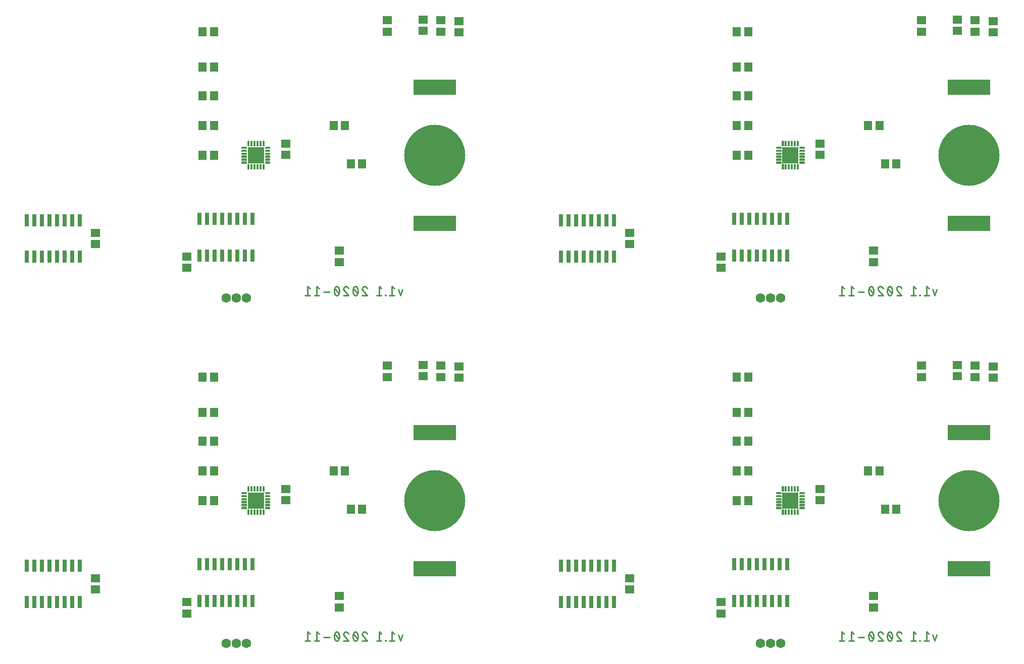
<source format=gbs>
%MOIN*%
%OFA0B0*%
%FSLAX34Y34*%
%IPPOS*%
%LPD*%
%AMOC8*
5,1,8,0,0,$1,22.5*%
%AMOC80*
5,1,8,0,0,$1,22.5*%
%AMOC81*
5,1,8,0,0,$1,22.5*%
%AMOC80*
5,1,8,0,0,$1,22.5*%
%AMOC81*
5,1,8,0,0,$1,22.5*%
%AMOC80*
5,1,8,0,0,$1,22.5*%
%ADD10C,0.011*%
%ADD11C,0.0065485826771653549*%
%ADD12R,0.10636220472440945X0.10636220472440945*%
%ADD13R,0.055181102362204727X0.063055118110236216*%
%ADD14R,0.030000000000000002X0.084*%
%ADD15R,0.063055118110236216X0.055181102362204727*%
%ADD16R,0.27959055118110238X0.10400000000000001*%
%ADD17C,0.404*%
%ADD18C,0.4*%
%ADD19C,0.063055118110236216*%
%ADD20C,0.054196850393700792*%
%ADD31C,0.011*%
%ADD32C,0.0065485826771653549*%
%ADD33R,0.10636220472440945X0.10636220472440945*%
%ADD34R,0.055181102362204727X0.063055118110236216*%
%ADD35R,0.030000000000000002X0.084*%
%ADD36R,0.063055118110236216X0.055181102362204727*%
%ADD37R,0.27959055118110238X0.10400000000000001*%
%ADD38C,0.404*%
%ADD39C,0.4*%
%ADD40C,0.063055118110236216*%
%ADD41C,0.054196850393700792*%
%ADD42C,0.011*%
%ADD43C,0.0065485826771653549*%
%ADD44R,0.10636220472440945X0.10636220472440945*%
%ADD45R,0.055181102362204727X0.063055118110236216*%
%ADD46R,0.030000000000000002X0.084*%
%ADD47R,0.063055118110236216X0.055181102362204727*%
%ADD48R,0.27959055118110238X0.10400000000000001*%
%ADD49C,0.404*%
%ADD50C,0.4*%
%ADD51C,0.063055118110236216*%
%ADD52C,0.054196850393700792*%
%ADD53C,0.011*%
%ADD54C,0.0065485826771653549*%
%ADD55R,0.10636220472440945X0.10636220472440945*%
%ADD56R,0.055181102362204727X0.063055118110236216*%
%ADD57R,0.030000000000000002X0.084*%
%ADD58R,0.063055118110236216X0.055181102362204727*%
%ADD59R,0.27959055118110238X0.10400000000000001*%
%ADD60C,0.404*%
%ADD61C,0.4*%
%ADD62C,0.063055118110236216*%
%ADD63C,0.054196850393700792*%
G75*
G01*
D10*
X0061480Y0005290D02*
X0061349Y0004897D01*
X0061218Y0005290D01*
X0060959Y0005356D02*
X0060795Y0005487D01*
X0060795Y0004897D01*
X0060959Y0004897D02*
X0060631Y0004897D01*
X0060381Y0004897D02*
X0060381Y0004930D01*
X0060348Y0004930D01*
X0060348Y0004897D01*
X0060381Y0004897D01*
X0060097Y0005356D02*
X0059933Y0005487D01*
X0059933Y0004897D01*
X0060097Y0004897D02*
X0059769Y0004897D01*
X0058973Y0005487D02*
X0058969Y0005487D01*
X0058964Y0005487D01*
X0058959Y0005486D01*
X0058955Y0005486D01*
X0058950Y0005485D01*
X0058945Y0005484D01*
X0058941Y0005483D01*
X0058936Y0005482D01*
X0058931Y0005481D01*
X0058927Y0005480D01*
X0058922Y0005478D01*
X0058918Y0005476D01*
X0058914Y0005474D01*
X0058909Y0005472D01*
X0058905Y0005470D01*
X0058901Y0005468D01*
X0058897Y0005466D01*
X0058893Y0005463D01*
X0058889Y0005461D01*
X0058885Y0005458D01*
X0058881Y0005455D01*
X0058878Y0005452D01*
X0058874Y0005449D01*
X0058871Y0005446D01*
X0058867Y0005442D01*
X0058864Y0005439D01*
X0058861Y0005435D01*
X0058858Y0005432D01*
X0058855Y0005428D01*
X0058852Y0005424D01*
X0058850Y0005420D01*
X0058847Y0005416D01*
X0058845Y0005412D01*
X0058843Y0005408D01*
X0058840Y0005404D01*
X0058838Y0005399D01*
X0058837Y0005395D01*
X0058835Y0005390D01*
X0058833Y0005386D01*
X0058832Y0005382D01*
X0058831Y0005377D01*
X0058830Y0005372D01*
X0058829Y0005368D01*
X0058828Y0005363D01*
X0058827Y0005358D01*
X0058827Y0005354D01*
X0058826Y0005349D01*
X0058826Y0005344D01*
X0058826Y0005340D01*
X0058973Y0005487D02*
X0058979Y0005487D01*
X0058984Y0005487D01*
X0058990Y0005486D01*
X0058995Y0005486D01*
X0059000Y0005485D01*
X0059006Y0005484D01*
X0059011Y0005483D01*
X0059016Y0005482D01*
X0059022Y0005481D01*
X0059027Y0005479D01*
X0059032Y0005478D01*
X0059037Y0005476D01*
X0059042Y0005474D01*
X0059047Y0005472D01*
X0059052Y0005470D01*
X0059057Y0005468D01*
X0059062Y0005465D01*
X0059067Y0005462D01*
X0059071Y0005460D01*
X0059076Y0005457D01*
X0059080Y0005454D01*
X0059085Y0005451D01*
X0059089Y0005448D01*
X0059093Y0005444D01*
X0059098Y0005441D01*
X0059102Y0005437D01*
X0059105Y0005433D01*
X0059109Y0005430D01*
X0059113Y0005426D01*
X0059117Y0005422D01*
X0059120Y0005417D01*
X0059123Y0005413D01*
X0059127Y0005409D01*
X0059130Y0005404D01*
X0059133Y0005400D01*
X0059136Y0005395D01*
X0059138Y0005391D01*
X0059141Y0005386D01*
X0059143Y0005381D01*
X0059146Y0005376D01*
X0059148Y0005371D01*
X0059150Y0005366D01*
X0059152Y0005361D01*
X0059154Y0005356D01*
X0058875Y0005225D02*
X0058872Y0005228D01*
X0058868Y0005232D01*
X0058865Y0005236D01*
X0058862Y0005239D01*
X0058859Y0005243D01*
X0058856Y0005247D01*
X0058853Y0005251D01*
X0058850Y0005255D01*
X0058848Y0005260D01*
X0058845Y0005264D01*
X0058843Y0005268D01*
X0058841Y0005273D01*
X0058839Y0005277D01*
X0058837Y0005282D01*
X0058835Y0005286D01*
X0058834Y0005291D01*
X0058832Y0005296D01*
X0058831Y0005300D01*
X0058830Y0005305D01*
X0058829Y0005310D01*
X0058828Y0005315D01*
X0058827Y0005320D01*
X0058827Y0005325D01*
X0058826Y0005330D01*
X0058826Y0005335D01*
X0058826Y0005340D01*
X0058875Y0005225D02*
X0059154Y0004897D01*
X0058826Y0004897D01*
X0058538Y0005192D02*
X0058538Y0005204D01*
X0058538Y0005215D01*
X0058537Y0005227D01*
X0058536Y0005238D01*
X0058535Y0005250D01*
X0058533Y0005261D01*
X0058531Y0005273D01*
X0058529Y0005284D01*
X0058527Y0005296D01*
X0058524Y0005307D01*
X0058522Y0005318D01*
X0058518Y0005329D01*
X0058515Y0005341D01*
X0058511Y0005352D01*
X0058507Y0005362D01*
X0058503Y0005373D01*
X0058499Y0005384D01*
X0058494Y0005395D01*
X0058489Y0005405D01*
X0058488Y0005409D01*
X0058486Y0005413D01*
X0058484Y0005417D01*
X0058482Y0005421D01*
X0058480Y0005425D01*
X0058478Y0005428D01*
X0058476Y0005432D01*
X0058473Y0005436D01*
X0058471Y0005439D01*
X0058468Y0005442D01*
X0058465Y0005446D01*
X0058463Y0005449D01*
X0058460Y0005452D01*
X0058457Y0005455D01*
X0058453Y0005458D01*
X0058450Y0005461D01*
X0058447Y0005463D01*
X0058443Y0005466D01*
X0058440Y0005468D01*
X0058436Y0005470D01*
X0058432Y0005472D01*
X0058428Y0005474D01*
X0058424Y0005476D01*
X0058420Y0005478D01*
X0058416Y0005480D01*
X0058412Y0005481D01*
X0058408Y0005482D01*
X0058404Y0005483D01*
X0058400Y0005484D01*
X0058396Y0005485D01*
X0058391Y0005486D01*
X0058387Y0005486D01*
X0058383Y0005487D01*
X0058379Y0005487D01*
X0058374Y0005487D01*
X0058370Y0005487D01*
X0058366Y0005487D01*
X0058361Y0005486D01*
X0058357Y0005486D01*
X0058353Y0005485D01*
X0058349Y0005484D01*
X0058345Y0005483D01*
X0058340Y0005482D01*
X0058336Y0005481D01*
X0058332Y0005480D01*
X0058328Y0005478D01*
X0058324Y0005476D01*
X0058320Y0005474D01*
X0058317Y0005472D01*
X0058313Y0005470D01*
X0058309Y0005468D01*
X0058306Y0005466D01*
X0058302Y0005463D01*
X0058299Y0005461D01*
X0058295Y0005458D01*
X0058292Y0005455D01*
X0058289Y0005452D01*
X0058286Y0005449D01*
X0058283Y0005446D01*
X0058280Y0005442D01*
X0058278Y0005439D01*
X0058275Y0005436D01*
X0058273Y0005432D01*
X0058270Y0005428D01*
X0058268Y0005425D01*
X0058266Y0005421D01*
X0058264Y0005417D01*
X0058263Y0005413D01*
X0058261Y0005409D01*
X0058260Y0005405D01*
X0058260Y0005405D02*
X0058255Y0005395D01*
X0058250Y0005384D01*
X0058245Y0005373D01*
X0058241Y0005362D01*
X0058237Y0005352D01*
X0058234Y0005341D01*
X0058230Y0005329D01*
X0058227Y0005318D01*
X0058224Y0005307D01*
X0058222Y0005296D01*
X0058219Y0005284D01*
X0058217Y0005273D01*
X0058215Y0005261D01*
X0058214Y0005250D01*
X0058213Y0005238D01*
X0058212Y0005227D01*
X0058211Y0005215D01*
X0058211Y0005204D01*
X0058210Y0005192D01*
X0058538Y0005192D02*
X0058538Y0005180D01*
X0058538Y0005169D01*
X0058537Y0005157D01*
X0058536Y0005146D01*
X0058535Y0005134D01*
X0058533Y0005123D01*
X0058531Y0005111D01*
X0058529Y0005100D01*
X0058527Y0005088D01*
X0058524Y0005077D01*
X0058522Y0005066D01*
X0058518Y0005055D01*
X0058515Y0005044D01*
X0058511Y0005032D01*
X0058507Y0005022D01*
X0058503Y0005011D01*
X0058499Y0005000D01*
X0058494Y0004989D01*
X0058489Y0004979D01*
X0058488Y0004975D01*
X0058486Y0004971D01*
X0058484Y0004967D01*
X0058482Y0004963D01*
X0058480Y0004959D01*
X0058478Y0004956D01*
X0058476Y0004952D01*
X0058473Y0004948D01*
X0058471Y0004945D01*
X0058468Y0004942D01*
X0058465Y0004938D01*
X0058463Y0004935D01*
X0058460Y0004932D01*
X0058457Y0004929D01*
X0058453Y0004926D01*
X0058450Y0004923D01*
X0058447Y0004921D01*
X0058443Y0004918D01*
X0058440Y0004916D01*
X0058436Y0004914D01*
X0058432Y0004912D01*
X0058428Y0004910D01*
X0058424Y0004908D01*
X0058420Y0004906D01*
X0058416Y0004905D01*
X0058412Y0004903D01*
X0058408Y0004902D01*
X0058404Y0004901D01*
X0058400Y0004900D01*
X0058396Y0004899D01*
X0058391Y0004898D01*
X0058387Y0004898D01*
X0058383Y0004897D01*
X0058379Y0004897D01*
X0058374Y0004897D01*
X0058260Y0004979D02*
X0058255Y0004989D01*
X0058250Y0005000D01*
X0058245Y0005011D01*
X0058241Y0005022D01*
X0058237Y0005032D01*
X0058234Y0005044D01*
X0058230Y0005055D01*
X0058227Y0005066D01*
X0058224Y0005077D01*
X0058222Y0005088D01*
X0058219Y0005100D01*
X0058217Y0005111D01*
X0058215Y0005123D01*
X0058214Y0005134D01*
X0058213Y0005146D01*
X0058212Y0005157D01*
X0058211Y0005169D01*
X0058211Y0005180D01*
X0058210Y0005192D01*
X0058260Y0004979D02*
X0058261Y0004975D01*
X0058263Y0004971D01*
X0058264Y0004967D01*
X0058266Y0004963D01*
X0058268Y0004959D01*
X0058270Y0004956D01*
X0058273Y0004952D01*
X0058275Y0004948D01*
X0058278Y0004945D01*
X0058280Y0004942D01*
X0058283Y0004938D01*
X0058286Y0004935D01*
X0058289Y0004932D01*
X0058292Y0004929D01*
X0058295Y0004926D01*
X0058299Y0004924D01*
X0058302Y0004921D01*
X0058306Y0004918D01*
X0058309Y0004916D01*
X0058313Y0004914D01*
X0058317Y0004912D01*
X0058320Y0004910D01*
X0058324Y0004908D01*
X0058328Y0004906D01*
X0058332Y0004905D01*
X0058336Y0004903D01*
X0058340Y0004902D01*
X0058345Y0004901D01*
X0058349Y0004900D01*
X0058353Y0004899D01*
X0058357Y0004898D01*
X0058361Y0004898D01*
X0058366Y0004897D01*
X0058370Y0004897D01*
X0058374Y0004897D01*
X0058505Y0005028D02*
X0058243Y0005356D01*
X0057743Y0005487D02*
X0057738Y0005487D01*
X0057733Y0005487D01*
X0057728Y0005486D01*
X0057724Y0005486D01*
X0057719Y0005485D01*
X0057714Y0005484D01*
X0057710Y0005483D01*
X0057705Y0005482D01*
X0057701Y0005481D01*
X0057696Y0005480D01*
X0057692Y0005478D01*
X0057687Y0005476D01*
X0057683Y0005474D01*
X0057679Y0005472D01*
X0057674Y0005470D01*
X0057670Y0005468D01*
X0057666Y0005466D01*
X0057662Y0005463D01*
X0057658Y0005461D01*
X0057654Y0005458D01*
X0057651Y0005455D01*
X0057647Y0005452D01*
X0057643Y0005449D01*
X0057640Y0005446D01*
X0057637Y0005442D01*
X0057633Y0005439D01*
X0057630Y0005435D01*
X0057627Y0005432D01*
X0057624Y0005428D01*
X0057622Y0005424D01*
X0057619Y0005420D01*
X0057616Y0005416D01*
X0057614Y0005412D01*
X0057612Y0005408D01*
X0057610Y0005404D01*
X0057608Y0005399D01*
X0057606Y0005395D01*
X0057604Y0005390D01*
X0057603Y0005386D01*
X0057601Y0005382D01*
X0057600Y0005377D01*
X0057599Y0005372D01*
X0057598Y0005368D01*
X0057597Y0005363D01*
X0057596Y0005358D01*
X0057596Y0005354D01*
X0057595Y0005349D01*
X0057595Y0005344D01*
X0057595Y0005340D01*
X0057743Y0005487D02*
X0057748Y0005487D01*
X0057753Y0005487D01*
X0057759Y0005486D01*
X0057764Y0005486D01*
X0057770Y0005485D01*
X0057775Y0005484D01*
X0057780Y0005483D01*
X0057785Y0005482D01*
X0057791Y0005481D01*
X0057796Y0005479D01*
X0057801Y0005478D01*
X0057806Y0005476D01*
X0057811Y0005474D01*
X0057816Y0005472D01*
X0057821Y0005470D01*
X0057826Y0005468D01*
X0057831Y0005465D01*
X0057836Y0005462D01*
X0057840Y0005460D01*
X0057845Y0005457D01*
X0057850Y0005454D01*
X0057854Y0005451D01*
X0057858Y0005448D01*
X0057863Y0005444D01*
X0057867Y0005441D01*
X0057871Y0005437D01*
X0057875Y0005433D01*
X0057879Y0005430D01*
X0057882Y0005426D01*
X0057886Y0005422D01*
X0057889Y0005417D01*
X0057893Y0005413D01*
X0057896Y0005409D01*
X0057899Y0005404D01*
X0057902Y0005400D01*
X0057905Y0005395D01*
X0057908Y0005391D01*
X0057910Y0005386D01*
X0057913Y0005381D01*
X0057915Y0005376D01*
X0057917Y0005371D01*
X0057919Y0005366D01*
X0057921Y0005361D01*
X0057923Y0005356D01*
X0057644Y0005225D02*
X0057641Y0005228D01*
X0057637Y0005232D01*
X0057634Y0005236D01*
X0057631Y0005239D01*
X0057628Y0005243D01*
X0057625Y0005247D01*
X0057622Y0005251D01*
X0057619Y0005255D01*
X0057617Y0005260D01*
X0057614Y0005264D01*
X0057612Y0005268D01*
X0057610Y0005273D01*
X0057608Y0005277D01*
X0057606Y0005282D01*
X0057604Y0005286D01*
X0057603Y0005291D01*
X0057601Y0005296D01*
X0057600Y0005300D01*
X0057599Y0005305D01*
X0057598Y0005310D01*
X0057597Y0005315D01*
X0057596Y0005320D01*
X0057596Y0005325D01*
X0057595Y0005330D01*
X0057595Y0005335D01*
X0057595Y0005340D01*
X0057644Y0005225D02*
X0057923Y0004897D01*
X0057595Y0004897D01*
X0057307Y0005192D02*
X0057307Y0005204D01*
X0057307Y0005215D01*
X0057306Y0005227D01*
X0057305Y0005238D01*
X0057304Y0005250D01*
X0057302Y0005261D01*
X0057301Y0005273D01*
X0057299Y0005284D01*
X0057296Y0005296D01*
X0057294Y0005307D01*
X0057291Y0005318D01*
X0057288Y0005329D01*
X0057284Y0005341D01*
X0057281Y0005352D01*
X0057277Y0005362D01*
X0057272Y0005373D01*
X0057268Y0005384D01*
X0057263Y0005395D01*
X0057258Y0005405D01*
X0057257Y0005409D01*
X0057255Y0005413D01*
X0057253Y0005417D01*
X0057252Y0005421D01*
X0057250Y0005425D01*
X0057247Y0005428D01*
X0057245Y0005432D01*
X0057243Y0005436D01*
X0057240Y0005439D01*
X0057237Y0005442D01*
X0057235Y0005446D01*
X0057232Y0005449D01*
X0057229Y0005452D01*
X0057226Y0005455D01*
X0057222Y0005458D01*
X0057219Y0005461D01*
X0057216Y0005463D01*
X0057212Y0005466D01*
X0057209Y0005468D01*
X0057205Y0005470D01*
X0057201Y0005472D01*
X0057197Y0005474D01*
X0057194Y0005476D01*
X0057190Y0005478D01*
X0057186Y0005480D01*
X0057182Y0005481D01*
X0057177Y0005482D01*
X0057173Y0005483D01*
X0057169Y0005484D01*
X0057165Y0005485D01*
X0057161Y0005486D01*
X0057156Y0005486D01*
X0057152Y0005487D01*
X0057148Y0005487D01*
X0057144Y0005487D01*
X0057139Y0005487D01*
X0057135Y0005487D01*
X0057131Y0005486D01*
X0057126Y0005486D01*
X0057122Y0005485D01*
X0057118Y0005484D01*
X0057114Y0005483D01*
X0057110Y0005482D01*
X0057106Y0005481D01*
X0057101Y0005480D01*
X0057097Y0005478D01*
X0057094Y0005476D01*
X0057090Y0005474D01*
X0057086Y0005472D01*
X0057082Y0005470D01*
X0057078Y0005468D01*
X0057075Y0005466D01*
X0057071Y0005463D01*
X0057068Y0005461D01*
X0057065Y0005458D01*
X0057061Y0005455D01*
X0057058Y0005452D01*
X0057055Y0005449D01*
X0057052Y0005446D01*
X0057050Y0005442D01*
X0057047Y0005439D01*
X0057044Y0005436D01*
X0057042Y0005432D01*
X0057040Y0005428D01*
X0057038Y0005425D01*
X0057036Y0005421D01*
X0057034Y0005417D01*
X0057032Y0005413D01*
X0057030Y0005409D01*
X0057029Y0005405D01*
X0057029Y0005405D02*
X0057024Y0005395D01*
X0057019Y0005384D01*
X0057015Y0005373D01*
X0057010Y0005362D01*
X0057007Y0005352D01*
X0057003Y0005341D01*
X0056999Y0005329D01*
X0056996Y0005318D01*
X0056993Y0005307D01*
X0056991Y0005296D01*
X0056988Y0005284D01*
X0056986Y0005273D01*
X0056985Y0005261D01*
X0056983Y0005250D01*
X0056982Y0005238D01*
X0056981Y0005227D01*
X0056980Y0005215D01*
X0056980Y0005204D01*
X0056980Y0005192D01*
X0057307Y0005192D02*
X0057307Y0005180D01*
X0057307Y0005169D01*
X0057306Y0005157D01*
X0057305Y0005146D01*
X0057304Y0005134D01*
X0057302Y0005123D01*
X0057301Y0005111D01*
X0057299Y0005100D01*
X0057296Y0005088D01*
X0057294Y0005077D01*
X0057291Y0005066D01*
X0057288Y0005055D01*
X0057284Y0005044D01*
X0057281Y0005032D01*
X0057277Y0005022D01*
X0057272Y0005011D01*
X0057268Y0005000D01*
X0057263Y0004989D01*
X0057258Y0004979D01*
X0057258Y0004979D02*
X0057257Y0004975D01*
X0057255Y0004971D01*
X0057253Y0004967D01*
X0057252Y0004963D01*
X0057250Y0004959D01*
X0057247Y0004956D01*
X0057245Y0004952D01*
X0057243Y0004948D01*
X0057240Y0004945D01*
X0057237Y0004942D01*
X0057235Y0004938D01*
X0057232Y0004935D01*
X0057229Y0004932D01*
X0057226Y0004929D01*
X0057222Y0004926D01*
X0057219Y0004923D01*
X0057216Y0004921D01*
X0057212Y0004918D01*
X0057209Y0004916D01*
X0057205Y0004914D01*
X0057201Y0004912D01*
X0057197Y0004910D01*
X0057194Y0004908D01*
X0057190Y0004906D01*
X0057186Y0004905D01*
X0057182Y0004903D01*
X0057177Y0004902D01*
X0057173Y0004901D01*
X0057169Y0004900D01*
X0057165Y0004899D01*
X0057161Y0004898D01*
X0057156Y0004898D01*
X0057152Y0004897D01*
X0057148Y0004897D01*
X0057144Y0004897D01*
X0057029Y0004979D02*
X0057024Y0004989D01*
X0057019Y0005000D01*
X0057015Y0005011D01*
X0057010Y0005022D01*
X0057007Y0005032D01*
X0057003Y0005044D01*
X0056999Y0005055D01*
X0056996Y0005066D01*
X0056993Y0005077D01*
X0056991Y0005088D01*
X0056989Y0005100D01*
X0056986Y0005111D01*
X0056985Y0005123D01*
X0056983Y0005134D01*
X0056982Y0005146D01*
X0056981Y0005157D01*
X0056980Y0005169D01*
X0056980Y0005180D01*
X0056980Y0005192D01*
X0057029Y0004979D02*
X0057030Y0004975D01*
X0057032Y0004971D01*
X0057034Y0004967D01*
X0057036Y0004963D01*
X0057038Y0004959D01*
X0057040Y0004956D01*
X0057042Y0004952D01*
X0057044Y0004948D01*
X0057047Y0004945D01*
X0057050Y0004942D01*
X0057052Y0004938D01*
X0057055Y0004935D01*
X0057058Y0004932D01*
X0057061Y0004929D01*
X0057065Y0004926D01*
X0057068Y0004924D01*
X0057071Y0004921D01*
X0057075Y0004918D01*
X0057078Y0004916D01*
X0057082Y0004914D01*
X0057086Y0004912D01*
X0057090Y0004910D01*
X0057094Y0004908D01*
X0057097Y0004906D01*
X0057101Y0004905D01*
X0057106Y0004903D01*
X0057110Y0004902D01*
X0057114Y0004901D01*
X0057118Y0004900D01*
X0057122Y0004899D01*
X0057126Y0004898D01*
X0057131Y0004898D01*
X0057135Y0004897D01*
X0057139Y0004897D01*
X0057144Y0004897D01*
X0057275Y0005028D02*
X0057012Y0005356D01*
X0056684Y0005126D02*
X0056290Y0005126D01*
X0055995Y0005356D02*
X0055831Y0005487D01*
X0055831Y0004897D01*
X0055995Y0004897D02*
X0055667Y0004897D01*
X0055379Y0005356D02*
X0055215Y0005487D01*
X0055215Y0004897D01*
X0055379Y0004897D02*
X0055051Y0004897D01*
D11*
X0052341Y0013258D02*
X0052341Y0013552D01*
X0052341Y0013258D02*
X0052264Y0013258D01*
X0052264Y0013552D01*
X0052341Y0013552D01*
X0052341Y0013320D02*
X0052264Y0013320D01*
X0052264Y0013383D02*
X0052341Y0013383D01*
X0052341Y0013445D02*
X0052264Y0013445D01*
X0052264Y0013507D02*
X0052341Y0013507D01*
X0052144Y0013552D02*
X0052144Y0013258D01*
X0052067Y0013258D01*
X0052067Y0013552D01*
X0052144Y0013552D01*
X0052144Y0013320D02*
X0052067Y0013320D01*
X0052067Y0013383D02*
X0052144Y0013383D01*
X0052144Y0013445D02*
X0052067Y0013445D01*
X0052067Y0013507D02*
X0052144Y0013507D01*
X0051947Y0013552D02*
X0051947Y0013258D01*
X0051870Y0013258D01*
X0051870Y0013552D01*
X0051947Y0013552D01*
X0051947Y0013320D02*
X0051870Y0013320D01*
X0051870Y0013383D02*
X0051947Y0013383D01*
X0051947Y0013445D02*
X0051870Y0013445D01*
X0051870Y0013507D02*
X0051947Y0013507D01*
X0051751Y0013552D02*
X0051751Y0013258D01*
X0051674Y0013258D01*
X0051674Y0013552D01*
X0051751Y0013552D01*
X0051751Y0013320D02*
X0051674Y0013320D01*
X0051674Y0013383D02*
X0051751Y0013383D01*
X0051751Y0013445D02*
X0051674Y0013445D01*
X0051674Y0013507D02*
X0051751Y0013507D01*
X0051554Y0013552D02*
X0051554Y0013258D01*
X0051477Y0013258D01*
X0051477Y0013552D01*
X0051554Y0013552D01*
X0051554Y0013320D02*
X0051477Y0013320D01*
X0051477Y0013383D02*
X0051554Y0013383D01*
X0051554Y0013445D02*
X0051477Y0013445D01*
X0051477Y0013507D02*
X0051554Y0013507D01*
X0051357Y0013552D02*
X0051357Y0013258D01*
X0051280Y0013258D01*
X0051280Y0013552D01*
X0051357Y0013552D01*
X0051357Y0013320D02*
X0051280Y0013320D01*
X0051280Y0013383D02*
X0051357Y0013383D01*
X0051357Y0013445D02*
X0051280Y0013445D01*
X0051280Y0013507D02*
X0051357Y0013507D01*
X0051357Y0014794D02*
X0051357Y0015087D01*
X0051357Y0014794D02*
X0051280Y0014794D01*
X0051280Y0015087D01*
X0051357Y0015087D01*
X0051357Y0014856D02*
X0051280Y0014856D01*
X0051280Y0014918D02*
X0051357Y0014918D01*
X0051357Y0014980D02*
X0051280Y0014980D01*
X0051280Y0015043D02*
X0051357Y0015043D01*
X0051554Y0015087D02*
X0051554Y0014794D01*
X0051477Y0014794D01*
X0051477Y0015087D01*
X0051554Y0015087D01*
X0051554Y0014856D02*
X0051477Y0014856D01*
X0051477Y0014918D02*
X0051554Y0014918D01*
X0051554Y0014980D02*
X0051477Y0014980D01*
X0051477Y0015043D02*
X0051554Y0015043D01*
X0051751Y0015087D02*
X0051751Y0014794D01*
X0051674Y0014794D01*
X0051674Y0015087D01*
X0051751Y0015087D01*
X0051751Y0014856D02*
X0051674Y0014856D01*
X0051674Y0014918D02*
X0051751Y0014918D01*
X0051751Y0014980D02*
X0051674Y0014980D01*
X0051674Y0015043D02*
X0051751Y0015043D01*
X0051947Y0015087D02*
X0051947Y0014794D01*
X0051870Y0014794D01*
X0051870Y0015087D01*
X0051947Y0015087D01*
X0051947Y0014856D02*
X0051870Y0014856D01*
X0051870Y0014918D02*
X0051947Y0014918D01*
X0051947Y0014980D02*
X0051870Y0014980D01*
X0051870Y0015043D02*
X0051947Y0015043D01*
X0052144Y0015087D02*
X0052144Y0014794D01*
X0052067Y0014794D01*
X0052067Y0015087D01*
X0052144Y0015087D01*
X0052144Y0014856D02*
X0052067Y0014856D01*
X0052067Y0014918D02*
X0052144Y0014918D01*
X0052144Y0014980D02*
X0052067Y0014980D01*
X0052067Y0015043D02*
X0052144Y0015043D01*
X0052341Y0015087D02*
X0052341Y0014794D01*
X0052264Y0014794D01*
X0052264Y0015087D01*
X0052341Y0015087D01*
X0052341Y0014856D02*
X0052264Y0014856D01*
X0052264Y0014918D02*
X0052341Y0014918D01*
X0052341Y0014980D02*
X0052264Y0014980D01*
X0052264Y0015043D02*
X0052341Y0015043D01*
X0052431Y0014703D02*
X0052725Y0014703D01*
X0052725Y0014626D01*
X0052431Y0014626D01*
X0052431Y0014703D01*
X0052431Y0014689D02*
X0052725Y0014689D01*
X0052725Y0014506D02*
X0052431Y0014506D01*
X0052725Y0014506D02*
X0052725Y0014430D01*
X0052431Y0014430D01*
X0052431Y0014506D01*
X0052431Y0014492D02*
X0052725Y0014492D01*
X0052725Y0014310D02*
X0052431Y0014310D01*
X0052725Y0014310D02*
X0052725Y0014233D01*
X0052431Y0014233D01*
X0052431Y0014310D01*
X0052431Y0014295D02*
X0052725Y0014295D01*
X0052725Y0014113D02*
X0052431Y0014113D01*
X0052725Y0014113D02*
X0052725Y0014036D01*
X0052431Y0014036D01*
X0052431Y0014113D01*
X0052431Y0014098D02*
X0052725Y0014098D01*
X0052725Y0013916D02*
X0052431Y0013916D01*
X0052725Y0013916D02*
X0052725Y0013839D01*
X0052431Y0013839D01*
X0052431Y0013916D01*
X0052431Y0013901D02*
X0052725Y0013901D01*
X0052725Y0013719D02*
X0052431Y0013719D01*
X0052725Y0013719D02*
X0052725Y0013642D01*
X0052431Y0013642D01*
X0052431Y0013719D01*
X0052431Y0013704D02*
X0052725Y0013704D01*
X0051190Y0013719D02*
X0050896Y0013719D01*
X0051190Y0013719D02*
X0051190Y0013642D01*
X0050896Y0013642D01*
X0050896Y0013719D01*
X0050896Y0013704D02*
X0051190Y0013704D01*
X0051190Y0013916D02*
X0050896Y0013916D01*
X0051190Y0013916D02*
X0051190Y0013839D01*
X0050896Y0013839D01*
X0050896Y0013916D01*
X0050896Y0013901D02*
X0051190Y0013901D01*
X0051190Y0014113D02*
X0050896Y0014113D01*
X0051190Y0014113D02*
X0051190Y0014036D01*
X0050896Y0014036D01*
X0050896Y0014113D01*
X0050896Y0014098D02*
X0051190Y0014098D01*
X0051190Y0014310D02*
X0050896Y0014310D01*
X0051190Y0014310D02*
X0051190Y0014233D01*
X0050896Y0014233D01*
X0050896Y0014310D01*
X0050896Y0014295D02*
X0051190Y0014295D01*
X0051190Y0014506D02*
X0050896Y0014506D01*
X0051190Y0014506D02*
X0051190Y0014430D01*
X0050896Y0014430D01*
X0050896Y0014506D01*
X0050896Y0014492D02*
X0051190Y0014492D01*
X0051190Y0014703D02*
X0050896Y0014703D01*
X0051190Y0014703D02*
X0051190Y0014626D01*
X0050896Y0014626D01*
X0050896Y0014703D01*
X0050896Y0014689D02*
X0051190Y0014689D01*
D12*
X0051810Y0014173D03*
D13*
X0049035Y0022342D03*
X0048287Y0022342D03*
X0049035Y0019980D03*
X0048287Y0019980D03*
X0049035Y0018110D03*
X0048287Y0018110D03*
X0049035Y0016141D03*
X0048287Y0016141D03*
X0049035Y0014173D03*
X0048287Y0014173D03*
D14*
X0048092Y0009950D03*
X0048092Y0007530D03*
X0048592Y0009950D03*
X0049092Y0009950D03*
X0048592Y0007530D03*
X0049092Y0007530D03*
X0049592Y0009950D03*
X0049592Y0007530D03*
X0050092Y0009950D03*
X0050092Y0007530D03*
X0050592Y0009950D03*
X0051092Y0009950D03*
X0050592Y0007530D03*
X0051092Y0007530D03*
X0051592Y0009950D03*
X0051592Y0007530D03*
X0036675Y0009871D03*
X0036675Y0007451D03*
X0037175Y0009871D03*
X0037675Y0009871D03*
X0037175Y0007451D03*
X0037675Y0007451D03*
X0038175Y0009871D03*
X0038175Y0007451D03*
X0038675Y0009871D03*
X0038675Y0007451D03*
X0039175Y0009871D03*
X0039675Y0009871D03*
X0039175Y0007451D03*
X0039675Y0007451D03*
X0040175Y0009871D03*
X0040175Y0007451D03*
D13*
X0057696Y0016141D03*
X0056948Y0016141D03*
X0058065Y0013609D03*
X0058813Y0013609D03*
D15*
X0057322Y0007106D03*
X0057322Y0007854D03*
X0060472Y0022342D03*
X0060472Y0023090D03*
D16*
X0063622Y0018673D03*
X0063622Y0009673D03*
D17*
X0063622Y0014173D03*
D18*
X0063622Y0014173D03*
D19*
X0051181Y0004724D03*
X0050511Y0004724D03*
X0049842Y0004724D03*
D15*
X0064015Y0022342D03*
X0064015Y0023090D03*
X0062834Y0022381D03*
X0062834Y0023129D03*
X0065208Y0022289D03*
X0065208Y0023037D03*
X0041206Y0008284D03*
X0041206Y0009032D03*
X0047244Y0007460D03*
X0047244Y0006712D03*
X0053779Y0014192D03*
X0053779Y0014940D03*
D20*
X0063612Y0009629D03*
X0064478Y0009629D03*
X0062628Y0009629D03*
X0063179Y0018684D03*
X0063966Y0018684D03*
G04 next file*
G04 EAGLE Gerber RS-274X export*
G75*
G01*
G04 Define Apertures*
D31*
X0026204Y0005290D02*
X0026073Y0004897D01*
X0025942Y0005290D01*
X0025683Y0005356D02*
X0025519Y0005487D01*
X0025519Y0004897D01*
X0025683Y0004897D02*
X0025355Y0004897D01*
X0025105Y0004897D02*
X0025105Y0004930D01*
X0025072Y0004930D01*
X0025072Y0004897D01*
X0025105Y0004897D01*
X0024822Y0005356D02*
X0024658Y0005487D01*
X0024658Y0004897D01*
X0024822Y0004897D02*
X0024494Y0004897D01*
X0023698Y0005487D02*
X0023693Y0005487D01*
X0023688Y0005487D01*
X0023684Y0005486D01*
X0023679Y0005486D01*
X0023674Y0005485D01*
X0023670Y0005484D01*
X0023665Y0005483D01*
X0023660Y0005482D01*
X0023656Y0005481D01*
X0023651Y0005480D01*
X0023647Y0005478D01*
X0023642Y0005476D01*
X0023638Y0005474D01*
X0023634Y0005472D01*
X0023630Y0005470D01*
X0023625Y0005468D01*
X0023621Y0005466D01*
X0023617Y0005463D01*
X0023613Y0005461D01*
X0023610Y0005458D01*
X0023606Y0005455D01*
X0023602Y0005452D01*
X0023599Y0005449D01*
X0023595Y0005446D01*
X0023592Y0005442D01*
X0023589Y0005439D01*
X0023585Y0005435D01*
X0023582Y0005432D01*
X0023580Y0005428D01*
X0023577Y0005424D01*
X0023574Y0005420D01*
X0023572Y0005416D01*
X0023569Y0005412D01*
X0023567Y0005408D01*
X0023565Y0005404D01*
X0023563Y0005399D01*
X0023561Y0005395D01*
X0023559Y0005390D01*
X0023558Y0005386D01*
X0023556Y0005382D01*
X0023555Y0005377D01*
X0023554Y0005372D01*
X0023553Y0005368D01*
X0023552Y0005363D01*
X0023552Y0005358D01*
X0023551Y0005354D01*
X0023551Y0005349D01*
X0023550Y0005344D01*
X0023550Y0005340D01*
X0023698Y0005487D02*
X0023703Y0005487D01*
X0023709Y0005487D01*
X0023714Y0005486D01*
X0023719Y0005486D01*
X0023725Y0005485D01*
X0023730Y0005484D01*
X0023735Y0005483D01*
X0023741Y0005482D01*
X0023746Y0005481D01*
X0023751Y0005479D01*
X0023756Y0005478D01*
X0023762Y0005476D01*
X0023767Y0005474D01*
X0023772Y0005472D01*
X0023777Y0005470D01*
X0023781Y0005468D01*
X0023786Y0005465D01*
X0023791Y0005462D01*
X0023796Y0005460D01*
X0023800Y0005457D01*
X0023805Y0005454D01*
X0023809Y0005451D01*
X0023814Y0005448D01*
X0023818Y0005444D01*
X0023822Y0005441D01*
X0023826Y0005437D01*
X0023830Y0005433D01*
X0023834Y0005430D01*
X0023837Y0005426D01*
X0023841Y0005422D01*
X0023845Y0005417D01*
X0023848Y0005413D01*
X0023851Y0005409D01*
X0023854Y0005404D01*
X0023857Y0005400D01*
X0023860Y0005395D01*
X0023863Y0005391D01*
X0023865Y0005386D01*
X0023868Y0005381D01*
X0023870Y0005376D01*
X0023872Y0005371D01*
X0023874Y0005366D01*
X0023876Y0005361D01*
X0023878Y0005356D01*
X0023600Y0005225D02*
X0023596Y0005228D01*
X0023593Y0005232D01*
X0023589Y0005236D01*
X0023586Y0005239D01*
X0023583Y0005243D01*
X0023580Y0005247D01*
X0023577Y0005251D01*
X0023575Y0005255D01*
X0023572Y0005260D01*
X0023570Y0005264D01*
X0023567Y0005268D01*
X0023565Y0005273D01*
X0023563Y0005277D01*
X0023561Y0005282D01*
X0023560Y0005286D01*
X0023558Y0005291D01*
X0023557Y0005296D01*
X0023555Y0005300D01*
X0023554Y0005305D01*
X0023553Y0005310D01*
X0023552Y0005315D01*
X0023552Y0005320D01*
X0023551Y0005325D01*
X0023551Y0005330D01*
X0023550Y0005335D01*
X0023550Y0005340D01*
X0023599Y0005225D02*
X0023878Y0004897D01*
X0023550Y0004897D01*
X0023263Y0005192D02*
X0023263Y0005204D01*
X0023262Y0005215D01*
X0023261Y0005227D01*
X0023260Y0005238D01*
X0023259Y0005250D01*
X0023258Y0005261D01*
X0023256Y0005273D01*
X0023254Y0005284D01*
X0023252Y0005296D01*
X0023249Y0005307D01*
X0023246Y0005318D01*
X0023243Y0005329D01*
X0023239Y0005341D01*
X0023236Y0005352D01*
X0023232Y0005362D01*
X0023228Y0005373D01*
X0023223Y0005384D01*
X0023218Y0005395D01*
X0023214Y0005405D01*
X0023212Y0005409D01*
X0023210Y0005413D01*
X0023209Y0005417D01*
X0023207Y0005421D01*
X0023205Y0005425D01*
X0023203Y0005428D01*
X0023200Y0005432D01*
X0023198Y0005436D01*
X0023195Y0005439D01*
X0023193Y0005442D01*
X0023190Y0005446D01*
X0023187Y0005449D01*
X0023184Y0005452D01*
X0023181Y0005455D01*
X0023178Y0005458D01*
X0023174Y0005461D01*
X0023171Y0005463D01*
X0023168Y0005466D01*
X0023164Y0005468D01*
X0023160Y0005470D01*
X0023157Y0005472D01*
X0023153Y0005474D01*
X0023149Y0005476D01*
X0023145Y0005478D01*
X0023141Y0005480D01*
X0023137Y0005481D01*
X0023133Y0005482D01*
X0023129Y0005483D01*
X0023124Y0005484D01*
X0023120Y0005485D01*
X0023116Y0005486D01*
X0023112Y0005486D01*
X0023107Y0005487D01*
X0023103Y0005487D01*
X0023099Y0005487D01*
X0023095Y0005487D01*
X0023090Y0005487D01*
X0023086Y0005486D01*
X0023082Y0005486D01*
X0023077Y0005485D01*
X0023073Y0005484D01*
X0023069Y0005483D01*
X0023065Y0005482D01*
X0023061Y0005481D01*
X0023057Y0005480D01*
X0023053Y0005478D01*
X0023049Y0005476D01*
X0023045Y0005474D01*
X0023041Y0005472D01*
X0023037Y0005470D01*
X0023034Y0005468D01*
X0023030Y0005466D01*
X0023027Y0005463D01*
X0023023Y0005461D01*
X0023020Y0005458D01*
X0023017Y0005455D01*
X0023014Y0005452D01*
X0023011Y0005449D01*
X0023008Y0005446D01*
X0023005Y0005442D01*
X0023002Y0005439D01*
X0023000Y0005436D01*
X0022997Y0005432D01*
X0022995Y0005428D01*
X0022993Y0005425D01*
X0022991Y0005421D01*
X0022989Y0005417D01*
X0022987Y0005413D01*
X0022986Y0005409D01*
X0022984Y0005405D01*
X0022984Y0005405D02*
X0022979Y0005395D01*
X0022974Y0005384D01*
X0022970Y0005373D01*
X0022966Y0005362D01*
X0022962Y0005352D01*
X0022958Y0005341D01*
X0022955Y0005329D01*
X0022952Y0005318D01*
X0022949Y0005307D01*
X0022946Y0005296D01*
X0022944Y0005284D01*
X0022942Y0005273D01*
X0022940Y0005261D01*
X0022938Y0005250D01*
X0022937Y0005238D01*
X0022936Y0005227D01*
X0022935Y0005215D01*
X0022935Y0005204D01*
X0022935Y0005192D01*
X0023263Y0005192D02*
X0023263Y0005180D01*
X0023262Y0005169D01*
X0023261Y0005157D01*
X0023260Y0005146D01*
X0023259Y0005134D01*
X0023258Y0005123D01*
X0023256Y0005111D01*
X0023254Y0005100D01*
X0023252Y0005088D01*
X0023249Y0005077D01*
X0023246Y0005066D01*
X0023243Y0005055D01*
X0023239Y0005044D01*
X0023236Y0005032D01*
X0023232Y0005022D01*
X0023228Y0005011D01*
X0023223Y0005000D01*
X0023218Y0004989D01*
X0023214Y0004979D01*
X0023212Y0004975D01*
X0023210Y0004971D01*
X0023209Y0004967D01*
X0023207Y0004963D01*
X0023205Y0004959D01*
X0023203Y0004956D01*
X0023200Y0004952D01*
X0023198Y0004948D01*
X0023195Y0004945D01*
X0023193Y0004942D01*
X0023190Y0004938D01*
X0023187Y0004935D01*
X0023184Y0004932D01*
X0023181Y0004929D01*
X0023178Y0004926D01*
X0023174Y0004923D01*
X0023171Y0004921D01*
X0023168Y0004918D01*
X0023164Y0004916D01*
X0023160Y0004914D01*
X0023157Y0004912D01*
X0023153Y0004910D01*
X0023149Y0004908D01*
X0023145Y0004906D01*
X0023141Y0004905D01*
X0023137Y0004903D01*
X0023133Y0004902D01*
X0023129Y0004901D01*
X0023124Y0004900D01*
X0023120Y0004899D01*
X0023116Y0004898D01*
X0023112Y0004898D01*
X0023107Y0004897D01*
X0023103Y0004897D01*
X0023099Y0004897D01*
X0022984Y0004979D02*
X0022979Y0004989D01*
X0022974Y0005000D01*
X0022970Y0005011D01*
X0022966Y0005022D01*
X0022962Y0005032D01*
X0022958Y0005044D01*
X0022955Y0005055D01*
X0022952Y0005066D01*
X0022949Y0005077D01*
X0022946Y0005088D01*
X0022944Y0005100D01*
X0022942Y0005111D01*
X0022940Y0005123D01*
X0022938Y0005134D01*
X0022937Y0005146D01*
X0022936Y0005157D01*
X0022935Y0005169D01*
X0022935Y0005180D01*
X0022935Y0005192D01*
X0022984Y0004979D02*
X0022986Y0004975D01*
X0022987Y0004971D01*
X0022989Y0004967D01*
X0022991Y0004963D01*
X0022993Y0004959D01*
X0022995Y0004956D01*
X0022997Y0004952D01*
X0023000Y0004948D01*
X0023002Y0004945D01*
X0023005Y0004942D01*
X0023008Y0004938D01*
X0023011Y0004935D01*
X0023014Y0004932D01*
X0023017Y0004929D01*
X0023020Y0004926D01*
X0023023Y0004924D01*
X0023027Y0004921D01*
X0023030Y0004918D01*
X0023034Y0004916D01*
X0023037Y0004914D01*
X0023041Y0004912D01*
X0023045Y0004910D01*
X0023049Y0004908D01*
X0023053Y0004906D01*
X0023057Y0004905D01*
X0023061Y0004903D01*
X0023065Y0004902D01*
X0023069Y0004901D01*
X0023073Y0004900D01*
X0023077Y0004899D01*
X0023082Y0004898D01*
X0023086Y0004898D01*
X0023090Y0004897D01*
X0023095Y0004897D01*
X0023099Y0004897D01*
X0023230Y0005028D02*
X0022968Y0005356D01*
X0022467Y0005487D02*
X0022462Y0005487D01*
X0022458Y0005487D01*
X0022453Y0005486D01*
X0022448Y0005486D01*
X0022443Y0005485D01*
X0022439Y0005484D01*
X0022434Y0005483D01*
X0022430Y0005482D01*
X0022425Y0005481D01*
X0022420Y0005480D01*
X0022416Y0005478D01*
X0022412Y0005476D01*
X0022407Y0005474D01*
X0022403Y0005472D01*
X0022399Y0005470D01*
X0022395Y0005468D01*
X0022391Y0005466D01*
X0022387Y0005463D01*
X0022383Y0005461D01*
X0022379Y0005458D01*
X0022375Y0005455D01*
X0022371Y0005452D01*
X0022368Y0005449D01*
X0022364Y0005446D01*
X0022361Y0005442D01*
X0022358Y0005439D01*
X0022355Y0005435D01*
X0022352Y0005432D01*
X0022349Y0005428D01*
X0022346Y0005424D01*
X0022343Y0005420D01*
X0022341Y0005416D01*
X0022338Y0005412D01*
X0022336Y0005408D01*
X0022334Y0005404D01*
X0022332Y0005399D01*
X0022330Y0005395D01*
X0022329Y0005390D01*
X0022327Y0005386D01*
X0022326Y0005382D01*
X0022324Y0005377D01*
X0022323Y0005372D01*
X0022322Y0005368D01*
X0022321Y0005363D01*
X0022321Y0005358D01*
X0022320Y0005354D01*
X0022320Y0005349D01*
X0022320Y0005344D01*
X0022319Y0005340D01*
X0022467Y0005487D02*
X0022472Y0005487D01*
X0022478Y0005487D01*
X0022483Y0005486D01*
X0022489Y0005486D01*
X0022494Y0005485D01*
X0022499Y0005484D01*
X0022505Y0005483D01*
X0022510Y0005482D01*
X0022515Y0005481D01*
X0022520Y0005479D01*
X0022526Y0005478D01*
X0022531Y0005476D01*
X0022536Y0005474D01*
X0022541Y0005472D01*
X0022546Y0005470D01*
X0022551Y0005468D01*
X0022555Y0005465D01*
X0022560Y0005462D01*
X0022565Y0005460D01*
X0022570Y0005457D01*
X0022574Y0005454D01*
X0022578Y0005451D01*
X0022583Y0005448D01*
X0022587Y0005444D01*
X0022591Y0005441D01*
X0022595Y0005437D01*
X0022599Y0005433D01*
X0022603Y0005430D01*
X0022607Y0005426D01*
X0022610Y0005422D01*
X0022614Y0005417D01*
X0022617Y0005413D01*
X0022620Y0005409D01*
X0022623Y0005404D01*
X0022626Y0005400D01*
X0022629Y0005395D01*
X0022632Y0005391D01*
X0022635Y0005386D01*
X0022637Y0005381D01*
X0022639Y0005376D01*
X0022642Y0005371D01*
X0022644Y0005366D01*
X0022646Y0005361D01*
X0022647Y0005356D01*
X0022369Y0005225D02*
X0022365Y0005228D01*
X0022362Y0005232D01*
X0022358Y0005236D01*
X0022355Y0005239D01*
X0022352Y0005243D01*
X0022349Y0005247D01*
X0022346Y0005251D01*
X0022344Y0005255D01*
X0022341Y0005260D01*
X0022339Y0005264D01*
X0022336Y0005268D01*
X0022334Y0005273D01*
X0022332Y0005277D01*
X0022330Y0005282D01*
X0022329Y0005286D01*
X0022327Y0005291D01*
X0022326Y0005296D01*
X0022324Y0005300D01*
X0022323Y0005305D01*
X0022322Y0005310D01*
X0022321Y0005315D01*
X0022321Y0005320D01*
X0022320Y0005325D01*
X0022320Y0005330D01*
X0022320Y0005335D01*
X0022320Y0005340D01*
X0022369Y0005225D02*
X0022647Y0004897D01*
X0022320Y0004897D01*
X0022032Y0005192D02*
X0022032Y0005204D01*
X0022031Y0005215D01*
X0022031Y0005227D01*
X0022030Y0005238D01*
X0022028Y0005250D01*
X0022027Y0005261D01*
X0022025Y0005273D01*
X0022023Y0005284D01*
X0022021Y0005296D01*
X0022018Y0005307D01*
X0022015Y0005318D01*
X0022012Y0005329D01*
X0022009Y0005341D01*
X0022005Y0005352D01*
X0022001Y0005362D01*
X0021997Y0005373D01*
X0021992Y0005384D01*
X0021988Y0005395D01*
X0021983Y0005405D01*
X0021981Y0005409D01*
X0021980Y0005413D01*
X0021978Y0005417D01*
X0021976Y0005421D01*
X0021974Y0005425D01*
X0021972Y0005428D01*
X0021970Y0005432D01*
X0021967Y0005436D01*
X0021965Y0005439D01*
X0021962Y0005442D01*
X0021959Y0005446D01*
X0021956Y0005449D01*
X0021953Y0005452D01*
X0021950Y0005455D01*
X0021947Y0005458D01*
X0021944Y0005461D01*
X0021940Y0005463D01*
X0021937Y0005466D01*
X0021933Y0005468D01*
X0021929Y0005470D01*
X0021926Y0005472D01*
X0021922Y0005474D01*
X0021918Y0005476D01*
X0021914Y0005478D01*
X0021910Y0005480D01*
X0021906Y0005481D01*
X0021902Y0005482D01*
X0021898Y0005483D01*
X0021894Y0005484D01*
X0021889Y0005485D01*
X0021885Y0005486D01*
X0021881Y0005486D01*
X0021877Y0005487D01*
X0021872Y0005487D01*
X0021868Y0005487D01*
X0021864Y0005487D01*
X0021859Y0005487D01*
X0021855Y0005486D01*
X0021851Y0005486D01*
X0021847Y0005485D01*
X0021842Y0005484D01*
X0021838Y0005483D01*
X0021834Y0005482D01*
X0021830Y0005481D01*
X0021826Y0005480D01*
X0021822Y0005478D01*
X0021818Y0005476D01*
X0021814Y0005474D01*
X0021810Y0005472D01*
X0021807Y0005470D01*
X0021803Y0005468D01*
X0021799Y0005466D01*
X0021796Y0005463D01*
X0021792Y0005461D01*
X0021789Y0005458D01*
X0021786Y0005455D01*
X0021783Y0005452D01*
X0021780Y0005449D01*
X0021777Y0005446D01*
X0021774Y0005442D01*
X0021771Y0005439D01*
X0021769Y0005436D01*
X0021766Y0005432D01*
X0021764Y0005428D01*
X0021762Y0005425D01*
X0021760Y0005421D01*
X0021758Y0005417D01*
X0021756Y0005413D01*
X0021755Y0005409D01*
X0021753Y0005405D01*
X0021753Y0005405D02*
X0021748Y0005395D01*
X0021744Y0005384D01*
X0021739Y0005373D01*
X0021735Y0005362D01*
X0021731Y0005352D01*
X0021727Y0005341D01*
X0021724Y0005329D01*
X0021721Y0005318D01*
X0021718Y0005307D01*
X0021715Y0005296D01*
X0021713Y0005284D01*
X0021711Y0005273D01*
X0021709Y0005261D01*
X0021708Y0005250D01*
X0021706Y0005238D01*
X0021705Y0005227D01*
X0021705Y0005215D01*
X0021704Y0005204D01*
X0021704Y0005192D01*
X0022032Y0005192D02*
X0022032Y0005180D01*
X0022031Y0005169D01*
X0022031Y0005157D01*
X0022030Y0005146D01*
X0022028Y0005134D01*
X0022027Y0005123D01*
X0022025Y0005111D01*
X0022023Y0005100D01*
X0022021Y0005088D01*
X0022018Y0005077D01*
X0022015Y0005066D01*
X0022012Y0005055D01*
X0022009Y0005044D01*
X0022005Y0005032D01*
X0022001Y0005022D01*
X0021997Y0005011D01*
X0021992Y0005000D01*
X0021988Y0004989D01*
X0021983Y0004979D01*
X0021983Y0004979D02*
X0021981Y0004975D01*
X0021980Y0004971D01*
X0021978Y0004967D01*
X0021976Y0004963D01*
X0021974Y0004959D01*
X0021972Y0004956D01*
X0021970Y0004952D01*
X0021967Y0004948D01*
X0021965Y0004945D01*
X0021962Y0004942D01*
X0021959Y0004938D01*
X0021956Y0004935D01*
X0021953Y0004932D01*
X0021950Y0004929D01*
X0021947Y0004926D01*
X0021944Y0004923D01*
X0021940Y0004921D01*
X0021937Y0004918D01*
X0021933Y0004916D01*
X0021929Y0004914D01*
X0021926Y0004912D01*
X0021922Y0004910D01*
X0021918Y0004908D01*
X0021914Y0004906D01*
X0021910Y0004905D01*
X0021906Y0004903D01*
X0021902Y0004902D01*
X0021898Y0004901D01*
X0021894Y0004900D01*
X0021889Y0004899D01*
X0021885Y0004898D01*
X0021881Y0004898D01*
X0021877Y0004897D01*
X0021872Y0004897D01*
X0021868Y0004897D01*
X0021753Y0004979D02*
X0021748Y0004989D01*
X0021744Y0005000D01*
X0021739Y0005011D01*
X0021735Y0005022D01*
X0021731Y0005032D01*
X0021727Y0005044D01*
X0021724Y0005055D01*
X0021721Y0005066D01*
X0021718Y0005077D01*
X0021715Y0005088D01*
X0021713Y0005100D01*
X0021711Y0005111D01*
X0021709Y0005123D01*
X0021708Y0005134D01*
X0021706Y0005146D01*
X0021705Y0005157D01*
X0021705Y0005169D01*
X0021704Y0005180D01*
X0021704Y0005192D01*
X0021753Y0004979D02*
X0021755Y0004975D01*
X0021756Y0004971D01*
X0021758Y0004967D01*
X0021760Y0004963D01*
X0021762Y0004959D01*
X0021764Y0004956D01*
X0021766Y0004952D01*
X0021769Y0004948D01*
X0021771Y0004945D01*
X0021774Y0004942D01*
X0021777Y0004938D01*
X0021780Y0004935D01*
X0021783Y0004932D01*
X0021786Y0004929D01*
X0021789Y0004926D01*
X0021792Y0004924D01*
X0021796Y0004921D01*
X0021799Y0004918D01*
X0021803Y0004916D01*
X0021807Y0004914D01*
X0021810Y0004912D01*
X0021814Y0004910D01*
X0021818Y0004908D01*
X0021822Y0004906D01*
X0021826Y0004905D01*
X0021830Y0004903D01*
X0021834Y0004902D01*
X0021838Y0004901D01*
X0021842Y0004900D01*
X0021847Y0004899D01*
X0021851Y0004898D01*
X0021855Y0004898D01*
X0021859Y0004897D01*
X0021864Y0004897D01*
X0021868Y0004897D01*
X0021999Y0005028D02*
X0021737Y0005356D01*
X0021408Y0005126D02*
X0021015Y0005126D01*
X0020719Y0005356D02*
X0020555Y0005487D01*
X0020555Y0004897D01*
X0020719Y0004897D02*
X0020391Y0004897D01*
X0020104Y0005356D02*
X0019940Y0005487D01*
X0019940Y0004897D01*
X0020104Y0004897D02*
X0019776Y0004897D01*
D32*
X0017066Y0013258D02*
X0017066Y0013552D01*
X0017066Y0013258D02*
X0016989Y0013258D01*
X0016989Y0013552D01*
X0017066Y0013552D01*
X0017066Y0013320D02*
X0016989Y0013320D01*
X0016989Y0013383D02*
X0017066Y0013383D01*
X0017066Y0013445D02*
X0016989Y0013445D01*
X0016989Y0013507D02*
X0017066Y0013507D01*
X0016869Y0013552D02*
X0016869Y0013258D01*
X0016792Y0013258D01*
X0016792Y0013552D01*
X0016869Y0013552D01*
X0016869Y0013320D02*
X0016792Y0013320D01*
X0016792Y0013383D02*
X0016869Y0013383D01*
X0016869Y0013445D02*
X0016792Y0013445D01*
X0016792Y0013507D02*
X0016869Y0013507D01*
X0016672Y0013552D02*
X0016672Y0013258D01*
X0016595Y0013258D01*
X0016595Y0013552D01*
X0016672Y0013552D01*
X0016672Y0013320D02*
X0016595Y0013320D01*
X0016595Y0013383D02*
X0016672Y0013383D01*
X0016672Y0013445D02*
X0016595Y0013445D01*
X0016595Y0013507D02*
X0016672Y0013507D01*
X0016475Y0013552D02*
X0016475Y0013258D01*
X0016398Y0013258D01*
X0016398Y0013552D01*
X0016475Y0013552D01*
X0016475Y0013320D02*
X0016398Y0013320D01*
X0016398Y0013383D02*
X0016475Y0013383D01*
X0016475Y0013445D02*
X0016398Y0013445D01*
X0016398Y0013507D02*
X0016475Y0013507D01*
X0016278Y0013552D02*
X0016278Y0013258D01*
X0016201Y0013258D01*
X0016201Y0013552D01*
X0016278Y0013552D01*
X0016278Y0013320D02*
X0016201Y0013320D01*
X0016201Y0013383D02*
X0016278Y0013383D01*
X0016278Y0013445D02*
X0016201Y0013445D01*
X0016201Y0013507D02*
X0016278Y0013507D01*
X0016081Y0013552D02*
X0016081Y0013258D01*
X0016004Y0013258D01*
X0016004Y0013552D01*
X0016081Y0013552D01*
X0016081Y0013320D02*
X0016004Y0013320D01*
X0016004Y0013383D02*
X0016081Y0013383D01*
X0016081Y0013445D02*
X0016004Y0013445D01*
X0016004Y0013507D02*
X0016081Y0013507D01*
X0016081Y0014794D02*
X0016081Y0015087D01*
X0016081Y0014794D02*
X0016004Y0014794D01*
X0016004Y0015087D01*
X0016081Y0015087D01*
X0016081Y0014856D02*
X0016004Y0014856D01*
X0016004Y0014918D02*
X0016081Y0014918D01*
X0016081Y0014980D02*
X0016004Y0014980D01*
X0016004Y0015043D02*
X0016081Y0015043D01*
X0016278Y0015087D02*
X0016278Y0014794D01*
X0016201Y0014794D01*
X0016201Y0015087D01*
X0016278Y0015087D01*
X0016278Y0014856D02*
X0016201Y0014856D01*
X0016201Y0014918D02*
X0016278Y0014918D01*
X0016278Y0014980D02*
X0016201Y0014980D01*
X0016201Y0015043D02*
X0016278Y0015043D01*
X0016475Y0015087D02*
X0016475Y0014794D01*
X0016398Y0014794D01*
X0016398Y0015087D01*
X0016475Y0015087D01*
X0016475Y0014856D02*
X0016398Y0014856D01*
X0016398Y0014918D02*
X0016475Y0014918D01*
X0016475Y0014980D02*
X0016398Y0014980D01*
X0016398Y0015043D02*
X0016475Y0015043D01*
X0016672Y0015087D02*
X0016672Y0014794D01*
X0016595Y0014794D01*
X0016595Y0015087D01*
X0016672Y0015087D01*
X0016672Y0014856D02*
X0016595Y0014856D01*
X0016595Y0014918D02*
X0016672Y0014918D01*
X0016672Y0014980D02*
X0016595Y0014980D01*
X0016595Y0015043D02*
X0016672Y0015043D01*
X0016869Y0015087D02*
X0016869Y0014794D01*
X0016792Y0014794D01*
X0016792Y0015087D01*
X0016869Y0015087D01*
X0016869Y0014856D02*
X0016792Y0014856D01*
X0016792Y0014918D02*
X0016869Y0014918D01*
X0016869Y0014980D02*
X0016792Y0014980D01*
X0016792Y0015043D02*
X0016869Y0015043D01*
X0017066Y0015087D02*
X0017066Y0014794D01*
X0016989Y0014794D01*
X0016989Y0015087D01*
X0017066Y0015087D01*
X0017066Y0014856D02*
X0016989Y0014856D01*
X0016989Y0014918D02*
X0017066Y0014918D01*
X0017066Y0014980D02*
X0016989Y0014980D01*
X0016989Y0015043D02*
X0017066Y0015043D01*
X0017156Y0014703D02*
X0017449Y0014703D01*
X0017449Y0014626D01*
X0017156Y0014626D01*
X0017156Y0014703D01*
X0017156Y0014689D02*
X0017449Y0014689D01*
X0017449Y0014506D02*
X0017156Y0014506D01*
X0017449Y0014506D02*
X0017449Y0014430D01*
X0017156Y0014430D01*
X0017156Y0014506D01*
X0017156Y0014492D02*
X0017449Y0014492D01*
X0017449Y0014310D02*
X0017156Y0014310D01*
X0017449Y0014310D02*
X0017449Y0014233D01*
X0017156Y0014233D01*
X0017156Y0014310D01*
X0017156Y0014295D02*
X0017449Y0014295D01*
X0017449Y0014113D02*
X0017156Y0014113D01*
X0017449Y0014113D02*
X0017449Y0014036D01*
X0017156Y0014036D01*
X0017156Y0014113D01*
X0017156Y0014098D02*
X0017449Y0014098D01*
X0017449Y0013916D02*
X0017156Y0013916D01*
X0017449Y0013916D02*
X0017449Y0013839D01*
X0017156Y0013839D01*
X0017156Y0013916D01*
X0017156Y0013901D02*
X0017449Y0013901D01*
X0017449Y0013719D02*
X0017156Y0013719D01*
X0017449Y0013719D02*
X0017449Y0013642D01*
X0017156Y0013642D01*
X0017156Y0013719D01*
X0017156Y0013704D02*
X0017449Y0013704D01*
X0015914Y0013719D02*
X0015620Y0013719D01*
X0015914Y0013719D02*
X0015914Y0013642D01*
X0015620Y0013642D01*
X0015620Y0013719D01*
X0015620Y0013704D02*
X0015914Y0013704D01*
X0015914Y0013916D02*
X0015620Y0013916D01*
X0015914Y0013916D02*
X0015914Y0013839D01*
X0015620Y0013839D01*
X0015620Y0013916D01*
X0015620Y0013901D02*
X0015914Y0013901D01*
X0015914Y0014113D02*
X0015620Y0014113D01*
X0015914Y0014113D02*
X0015914Y0014036D01*
X0015620Y0014036D01*
X0015620Y0014113D01*
X0015620Y0014098D02*
X0015914Y0014098D01*
X0015914Y0014310D02*
X0015620Y0014310D01*
X0015914Y0014310D02*
X0015914Y0014233D01*
X0015620Y0014233D01*
X0015620Y0014310D01*
X0015620Y0014295D02*
X0015914Y0014295D01*
X0015914Y0014506D02*
X0015620Y0014506D01*
X0015914Y0014506D02*
X0015914Y0014430D01*
X0015620Y0014430D01*
X0015620Y0014506D01*
X0015620Y0014492D02*
X0015914Y0014492D01*
X0015914Y0014703D02*
X0015620Y0014703D01*
X0015914Y0014703D02*
X0015914Y0014626D01*
X0015620Y0014626D01*
X0015620Y0014703D01*
X0015620Y0014689D02*
X0015914Y0014689D01*
D33*
X0016535Y0014173D03*
D34*
X0013759Y0022342D03*
X0013011Y0022342D03*
X0013759Y0019980D03*
X0013011Y0019980D03*
X0013759Y0018110D03*
X0013011Y0018110D03*
X0013759Y0016141D03*
X0013011Y0016141D03*
X0013759Y0014173D03*
X0013011Y0014173D03*
D35*
X0012816Y0009950D03*
X0012816Y0007530D03*
X0013316Y0009950D03*
X0013816Y0009950D03*
X0013316Y0007530D03*
X0013816Y0007530D03*
X0014316Y0009950D03*
X0014316Y0007530D03*
X0014816Y0009950D03*
X0014816Y0007530D03*
X0015316Y0009950D03*
X0015816Y0009950D03*
X0015316Y0007530D03*
X0015816Y0007530D03*
X0016316Y0009950D03*
X0016316Y0007530D03*
X0001399Y0009871D03*
X0001399Y0007451D03*
X0001899Y0009871D03*
X0002399Y0009871D03*
X0001899Y0007451D03*
X0002399Y0007451D03*
X0002899Y0009871D03*
X0002899Y0007451D03*
X0003399Y0009871D03*
X0003399Y0007451D03*
X0003899Y0009871D03*
X0004399Y0009871D03*
X0003899Y0007451D03*
X0004399Y0007451D03*
X0004899Y0009871D03*
X0004899Y0007451D03*
D34*
X0022421Y0016141D03*
X0021673Y0016141D03*
X0022789Y0013609D03*
X0023537Y0013609D03*
D36*
X0022047Y0007106D03*
X0022047Y0007854D03*
X0025196Y0022342D03*
X0025196Y0023090D03*
D37*
X0028346Y0018673D03*
X0028346Y0009673D03*
D38*
X0028346Y0014173D03*
D39*
X0028346Y0014173D03*
D40*
X0015905Y0004724D03*
X0015236Y0004724D03*
X0014566Y0004724D03*
D36*
X0028740Y0022342D03*
X0028740Y0023090D03*
X0027559Y0022381D03*
X0027559Y0023129D03*
X0029932Y0022289D03*
X0029932Y0023037D03*
X0005930Y0008284D03*
X0005930Y0009032D03*
X0011968Y0007460D03*
X0011968Y0006712D03*
X0018503Y0014192D03*
X0018503Y0014940D03*
D41*
X0028336Y0009629D03*
X0029203Y0009629D03*
X0027352Y0009629D03*
X0027903Y0018684D03*
X0028691Y0018684D03*
G04 next file*
G04 EAGLE Gerber RS-274X export*
G75*
G01*
G04 Define Apertures*
D42*
X0026204Y0028125D02*
X0026073Y0027732D01*
X0025942Y0028125D01*
X0025683Y0028191D02*
X0025519Y0028322D01*
X0025519Y0027732D01*
X0025683Y0027732D02*
X0025355Y0027732D01*
X0025105Y0027732D02*
X0025105Y0027764D01*
X0025072Y0027764D01*
X0025072Y0027732D01*
X0025105Y0027732D01*
X0024822Y0028191D02*
X0024658Y0028322D01*
X0024658Y0027732D01*
X0024822Y0027732D02*
X0024494Y0027732D01*
X0023698Y0028322D02*
X0023693Y0028322D01*
X0023688Y0028321D01*
X0023684Y0028321D01*
X0023679Y0028320D01*
X0023674Y0028320D01*
X0023670Y0028319D01*
X0023665Y0028318D01*
X0023660Y0028317D01*
X0023656Y0028316D01*
X0023651Y0028314D01*
X0023647Y0028313D01*
X0023642Y0028311D01*
X0023638Y0028309D01*
X0023634Y0028307D01*
X0023630Y0028305D01*
X0023625Y0028303D01*
X0023621Y0028300D01*
X0023617Y0028298D01*
X0023613Y0028295D01*
X0023610Y0028292D01*
X0023606Y0028290D01*
X0023602Y0028287D01*
X0023599Y0028283D01*
X0023595Y0028280D01*
X0023592Y0028277D01*
X0023589Y0028273D01*
X0023585Y0028270D01*
X0023582Y0028266D01*
X0023580Y0028262D01*
X0023577Y0028259D01*
X0023574Y0028255D01*
X0023572Y0028251D01*
X0023569Y0028247D01*
X0023567Y0028242D01*
X0023565Y0028238D01*
X0023563Y0028234D01*
X0023561Y0028230D01*
X0023559Y0028225D01*
X0023558Y0028221D01*
X0023556Y0028216D01*
X0023555Y0028212D01*
X0023554Y0028207D01*
X0023553Y0028202D01*
X0023552Y0028198D01*
X0023552Y0028193D01*
X0023551Y0028188D01*
X0023551Y0028184D01*
X0023550Y0028179D01*
X0023550Y0028174D01*
X0023698Y0028322D02*
X0023703Y0028322D01*
X0023709Y0028321D01*
X0023714Y0028321D01*
X0023719Y0028320D01*
X0023725Y0028320D01*
X0023730Y0028319D01*
X0023735Y0028318D01*
X0023741Y0028317D01*
X0023746Y0028315D01*
X0023751Y0028314D01*
X0023756Y0028312D01*
X0023762Y0028311D01*
X0023767Y0028309D01*
X0023772Y0028307D01*
X0023777Y0028305D01*
X0023781Y0028302D01*
X0023786Y0028300D01*
X0023791Y0028297D01*
X0023796Y0028294D01*
X0023800Y0028292D01*
X0023805Y0028289D01*
X0023809Y0028285D01*
X0023814Y0028282D01*
X0023818Y0028279D01*
X0023822Y0028275D01*
X0023826Y0028272D01*
X0023830Y0028268D01*
X0023834Y0028264D01*
X0023837Y0028260D01*
X0023841Y0028256D01*
X0023845Y0028252D01*
X0023848Y0028248D01*
X0023851Y0028243D01*
X0023854Y0028239D01*
X0023857Y0028235D01*
X0023860Y0028230D01*
X0023863Y0028225D01*
X0023865Y0028220D01*
X0023868Y0028216D01*
X0023870Y0028211D01*
X0023872Y0028206D01*
X0023874Y0028201D01*
X0023876Y0028196D01*
X0023878Y0028191D01*
X0023600Y0028059D02*
X0023596Y0028063D01*
X0023593Y0028067D01*
X0023589Y0028070D01*
X0023586Y0028074D01*
X0023583Y0028078D01*
X0023580Y0028082D01*
X0023577Y0028086D01*
X0023575Y0028090D01*
X0023572Y0028094D01*
X0023570Y0028098D01*
X0023567Y0028103D01*
X0023565Y0028107D01*
X0023563Y0028112D01*
X0023561Y0028116D01*
X0023560Y0028121D01*
X0023558Y0028126D01*
X0023557Y0028130D01*
X0023555Y0028135D01*
X0023554Y0028140D01*
X0023553Y0028145D01*
X0023552Y0028150D01*
X0023552Y0028155D01*
X0023551Y0028159D01*
X0023551Y0028164D01*
X0023550Y0028169D01*
X0023550Y0028174D01*
X0023599Y0028059D02*
X0023878Y0027732D01*
X0023550Y0027732D01*
X0023263Y0028027D02*
X0023263Y0028038D01*
X0023262Y0028050D01*
X0023261Y0028061D01*
X0023260Y0028073D01*
X0023259Y0028085D01*
X0023258Y0028096D01*
X0023256Y0028108D01*
X0023254Y0028119D01*
X0023252Y0028130D01*
X0023249Y0028142D01*
X0023246Y0028153D01*
X0023243Y0028164D01*
X0023239Y0028175D01*
X0023236Y0028186D01*
X0023232Y0028197D01*
X0023228Y0028208D01*
X0023223Y0028219D01*
X0023218Y0028229D01*
X0023214Y0028240D01*
X0023212Y0028244D01*
X0023210Y0028248D01*
X0023209Y0028252D01*
X0023207Y0028256D01*
X0023205Y0028259D01*
X0023203Y0028263D01*
X0023200Y0028267D01*
X0023198Y0028270D01*
X0023195Y0028274D01*
X0023193Y0028277D01*
X0023190Y0028280D01*
X0023187Y0028284D01*
X0023184Y0028287D01*
X0023181Y0028290D01*
X0023178Y0028292D01*
X0023174Y0028295D01*
X0023171Y0028298D01*
X0023168Y0028300D01*
X0023164Y0028303D01*
X0023160Y0028305D01*
X0023157Y0028307D01*
X0023153Y0028309D01*
X0023149Y0028311D01*
X0023145Y0028313D01*
X0023141Y0028314D01*
X0023137Y0028316D01*
X0023133Y0028317D01*
X0023129Y0028318D01*
X0023124Y0028319D01*
X0023120Y0028320D01*
X0023116Y0028320D01*
X0023112Y0028321D01*
X0023107Y0028321D01*
X0023103Y0028322D01*
X0023099Y0028322D01*
X0023095Y0028322D01*
X0023090Y0028321D01*
X0023086Y0028321D01*
X0023082Y0028320D01*
X0023077Y0028320D01*
X0023073Y0028319D01*
X0023069Y0028318D01*
X0023065Y0028317D01*
X0023061Y0028316D01*
X0023057Y0028314D01*
X0023053Y0028313D01*
X0023049Y0028311D01*
X0023045Y0028309D01*
X0023041Y0028307D01*
X0023037Y0028305D01*
X0023034Y0028303D01*
X0023030Y0028300D01*
X0023027Y0028298D01*
X0023023Y0028295D01*
X0023020Y0028292D01*
X0023017Y0028290D01*
X0023014Y0028287D01*
X0023011Y0028284D01*
X0023008Y0028280D01*
X0023005Y0028277D01*
X0023002Y0028274D01*
X0023000Y0028270D01*
X0022997Y0028267D01*
X0022995Y0028263D01*
X0022993Y0028259D01*
X0022991Y0028256D01*
X0022989Y0028252D01*
X0022987Y0028248D01*
X0022986Y0028244D01*
X0022984Y0028240D01*
X0022984Y0028240D02*
X0022979Y0028229D01*
X0022974Y0028219D01*
X0022970Y0028208D01*
X0022966Y0028197D01*
X0022962Y0028186D01*
X0022958Y0028175D01*
X0022955Y0028164D01*
X0022952Y0028153D01*
X0022949Y0028142D01*
X0022946Y0028130D01*
X0022944Y0028119D01*
X0022942Y0028108D01*
X0022940Y0028096D01*
X0022938Y0028085D01*
X0022937Y0028073D01*
X0022936Y0028061D01*
X0022935Y0028050D01*
X0022935Y0028038D01*
X0022935Y0028027D01*
X0023263Y0028027D02*
X0023263Y0028015D01*
X0023262Y0028003D01*
X0023261Y0027992D01*
X0023260Y0027980D01*
X0023259Y0027969D01*
X0023258Y0027957D01*
X0023256Y0027946D01*
X0023254Y0027934D01*
X0023252Y0027923D01*
X0023249Y0027912D01*
X0023246Y0027900D01*
X0023243Y0027889D01*
X0023239Y0027878D01*
X0023236Y0027867D01*
X0023232Y0027856D01*
X0023228Y0027845D01*
X0023223Y0027835D01*
X0023218Y0027824D01*
X0023214Y0027814D01*
X0023212Y0027810D01*
X0023210Y0027806D01*
X0023209Y0027802D01*
X0023207Y0027798D01*
X0023205Y0027794D01*
X0023203Y0027790D01*
X0023200Y0027787D01*
X0023198Y0027783D01*
X0023195Y0027780D01*
X0023193Y0027776D01*
X0023190Y0027773D01*
X0023187Y0027770D01*
X0023184Y0027767D01*
X0023181Y0027764D01*
X0023178Y0027761D01*
X0023174Y0027758D01*
X0023171Y0027756D01*
X0023168Y0027753D01*
X0023164Y0027751D01*
X0023160Y0027748D01*
X0023157Y0027746D01*
X0023153Y0027744D01*
X0023149Y0027742D01*
X0023145Y0027741D01*
X0023141Y0027739D01*
X0023137Y0027738D01*
X0023133Y0027737D01*
X0023129Y0027735D01*
X0023124Y0027734D01*
X0023120Y0027734D01*
X0023116Y0027733D01*
X0023112Y0027732D01*
X0023107Y0027732D01*
X0023103Y0027732D01*
X0023099Y0027732D01*
X0022984Y0027814D02*
X0022979Y0027824D01*
X0022974Y0027835D01*
X0022970Y0027845D01*
X0022966Y0027856D01*
X0022962Y0027867D01*
X0022958Y0027878D01*
X0022955Y0027889D01*
X0022952Y0027900D01*
X0022949Y0027912D01*
X0022946Y0027923D01*
X0022944Y0027934D01*
X0022942Y0027946D01*
X0022940Y0027957D01*
X0022938Y0027969D01*
X0022937Y0027980D01*
X0022936Y0027992D01*
X0022935Y0028003D01*
X0022935Y0028015D01*
X0022935Y0028027D01*
X0022984Y0027814D02*
X0022986Y0027810D01*
X0022987Y0027806D01*
X0022989Y0027802D01*
X0022991Y0027798D01*
X0022993Y0027794D01*
X0022995Y0027790D01*
X0022997Y0027787D01*
X0023000Y0027783D01*
X0023002Y0027780D01*
X0023005Y0027776D01*
X0023008Y0027773D01*
X0023011Y0027770D01*
X0023014Y0027767D01*
X0023017Y0027764D01*
X0023020Y0027761D01*
X0023023Y0027758D01*
X0023027Y0027756D01*
X0023030Y0027753D01*
X0023034Y0027751D01*
X0023037Y0027748D01*
X0023041Y0027746D01*
X0023045Y0027744D01*
X0023049Y0027742D01*
X0023053Y0027741D01*
X0023057Y0027739D01*
X0023061Y0027738D01*
X0023065Y0027737D01*
X0023069Y0027735D01*
X0023073Y0027734D01*
X0023077Y0027734D01*
X0023082Y0027733D01*
X0023086Y0027732D01*
X0023090Y0027732D01*
X0023095Y0027732D01*
X0023099Y0027732D01*
X0023230Y0027863D02*
X0022968Y0028191D01*
X0022467Y0028322D02*
X0022462Y0028322D01*
X0022458Y0028321D01*
X0022453Y0028321D01*
X0022448Y0028320D01*
X0022443Y0028320D01*
X0022439Y0028319D01*
X0022434Y0028318D01*
X0022430Y0028317D01*
X0022425Y0028316D01*
X0022420Y0028314D01*
X0022416Y0028313D01*
X0022412Y0028311D01*
X0022407Y0028309D01*
X0022403Y0028307D01*
X0022399Y0028305D01*
X0022395Y0028303D01*
X0022391Y0028300D01*
X0022387Y0028298D01*
X0022383Y0028295D01*
X0022379Y0028292D01*
X0022375Y0028290D01*
X0022371Y0028287D01*
X0022368Y0028283D01*
X0022364Y0028280D01*
X0022361Y0028277D01*
X0022358Y0028273D01*
X0022355Y0028270D01*
X0022352Y0028266D01*
X0022349Y0028262D01*
X0022346Y0028259D01*
X0022343Y0028255D01*
X0022341Y0028251D01*
X0022338Y0028247D01*
X0022336Y0028242D01*
X0022334Y0028238D01*
X0022332Y0028234D01*
X0022330Y0028230D01*
X0022329Y0028225D01*
X0022327Y0028221D01*
X0022326Y0028216D01*
X0022324Y0028212D01*
X0022323Y0028207D01*
X0022322Y0028202D01*
X0022321Y0028198D01*
X0022321Y0028193D01*
X0022320Y0028188D01*
X0022320Y0028184D01*
X0022320Y0028179D01*
X0022319Y0028174D01*
X0022467Y0028322D02*
X0022472Y0028322D01*
X0022478Y0028321D01*
X0022483Y0028321D01*
X0022489Y0028320D01*
X0022494Y0028320D01*
X0022499Y0028319D01*
X0022505Y0028318D01*
X0022510Y0028317D01*
X0022515Y0028315D01*
X0022520Y0028314D01*
X0022526Y0028312D01*
X0022531Y0028311D01*
X0022536Y0028309D01*
X0022541Y0028307D01*
X0022546Y0028305D01*
X0022551Y0028302D01*
X0022555Y0028300D01*
X0022560Y0028297D01*
X0022565Y0028294D01*
X0022570Y0028292D01*
X0022574Y0028289D01*
X0022578Y0028285D01*
X0022583Y0028282D01*
X0022587Y0028279D01*
X0022591Y0028275D01*
X0022595Y0028272D01*
X0022599Y0028268D01*
X0022603Y0028264D01*
X0022607Y0028260D01*
X0022610Y0028256D01*
X0022614Y0028252D01*
X0022617Y0028248D01*
X0022620Y0028243D01*
X0022623Y0028239D01*
X0022626Y0028235D01*
X0022629Y0028230D01*
X0022632Y0028225D01*
X0022635Y0028220D01*
X0022637Y0028216D01*
X0022639Y0028211D01*
X0022642Y0028206D01*
X0022644Y0028201D01*
X0022646Y0028196D01*
X0022647Y0028191D01*
X0022369Y0028059D02*
X0022365Y0028063D01*
X0022362Y0028067D01*
X0022358Y0028070D01*
X0022355Y0028074D01*
X0022352Y0028078D01*
X0022349Y0028082D01*
X0022346Y0028086D01*
X0022344Y0028090D01*
X0022341Y0028094D01*
X0022339Y0028098D01*
X0022336Y0028103D01*
X0022334Y0028107D01*
X0022332Y0028112D01*
X0022330Y0028116D01*
X0022329Y0028121D01*
X0022327Y0028126D01*
X0022326Y0028130D01*
X0022324Y0028135D01*
X0022323Y0028140D01*
X0022322Y0028145D01*
X0022321Y0028150D01*
X0022321Y0028155D01*
X0022320Y0028159D01*
X0022320Y0028164D01*
X0022320Y0028169D01*
X0022320Y0028174D01*
X0022369Y0028059D02*
X0022647Y0027732D01*
X0022320Y0027732D01*
X0022032Y0028027D02*
X0022032Y0028038D01*
X0022031Y0028050D01*
X0022031Y0028061D01*
X0022030Y0028073D01*
X0022028Y0028085D01*
X0022027Y0028096D01*
X0022025Y0028108D01*
X0022023Y0028119D01*
X0022021Y0028130D01*
X0022018Y0028142D01*
X0022015Y0028153D01*
X0022012Y0028164D01*
X0022009Y0028175D01*
X0022005Y0028186D01*
X0022001Y0028197D01*
X0021997Y0028208D01*
X0021992Y0028219D01*
X0021988Y0028229D01*
X0021983Y0028240D01*
X0021981Y0028244D01*
X0021980Y0028248D01*
X0021978Y0028252D01*
X0021976Y0028256D01*
X0021974Y0028259D01*
X0021972Y0028263D01*
X0021970Y0028267D01*
X0021967Y0028270D01*
X0021965Y0028274D01*
X0021962Y0028277D01*
X0021959Y0028280D01*
X0021956Y0028284D01*
X0021953Y0028287D01*
X0021950Y0028290D01*
X0021947Y0028292D01*
X0021944Y0028295D01*
X0021940Y0028298D01*
X0021937Y0028300D01*
X0021933Y0028303D01*
X0021929Y0028305D01*
X0021926Y0028307D01*
X0021922Y0028309D01*
X0021918Y0028311D01*
X0021914Y0028313D01*
X0021910Y0028314D01*
X0021906Y0028316D01*
X0021902Y0028317D01*
X0021898Y0028318D01*
X0021894Y0028319D01*
X0021889Y0028320D01*
X0021885Y0028320D01*
X0021881Y0028321D01*
X0021877Y0028321D01*
X0021872Y0028322D01*
X0021868Y0028322D01*
X0021864Y0028322D01*
X0021859Y0028321D01*
X0021855Y0028321D01*
X0021851Y0028320D01*
X0021847Y0028320D01*
X0021842Y0028319D01*
X0021838Y0028318D01*
X0021834Y0028317D01*
X0021830Y0028316D01*
X0021826Y0028314D01*
X0021822Y0028313D01*
X0021818Y0028311D01*
X0021814Y0028309D01*
X0021810Y0028307D01*
X0021807Y0028305D01*
X0021803Y0028303D01*
X0021799Y0028300D01*
X0021796Y0028298D01*
X0021792Y0028295D01*
X0021789Y0028292D01*
X0021786Y0028290D01*
X0021783Y0028287D01*
X0021780Y0028284D01*
X0021777Y0028280D01*
X0021774Y0028277D01*
X0021771Y0028274D01*
X0021769Y0028270D01*
X0021766Y0028267D01*
X0021764Y0028263D01*
X0021762Y0028259D01*
X0021760Y0028256D01*
X0021758Y0028252D01*
X0021756Y0028248D01*
X0021755Y0028244D01*
X0021753Y0028240D01*
X0021753Y0028240D02*
X0021748Y0028229D01*
X0021744Y0028219D01*
X0021739Y0028208D01*
X0021735Y0028197D01*
X0021731Y0028186D01*
X0021727Y0028175D01*
X0021724Y0028164D01*
X0021721Y0028153D01*
X0021718Y0028142D01*
X0021715Y0028130D01*
X0021713Y0028119D01*
X0021711Y0028108D01*
X0021709Y0028096D01*
X0021708Y0028085D01*
X0021706Y0028073D01*
X0021705Y0028061D01*
X0021705Y0028050D01*
X0021704Y0028038D01*
X0021704Y0028027D01*
X0022032Y0028027D02*
X0022032Y0028015D01*
X0022031Y0028003D01*
X0022031Y0027992D01*
X0022030Y0027980D01*
X0022028Y0027969D01*
X0022027Y0027957D01*
X0022025Y0027946D01*
X0022023Y0027934D01*
X0022021Y0027923D01*
X0022018Y0027912D01*
X0022015Y0027900D01*
X0022012Y0027889D01*
X0022009Y0027878D01*
X0022005Y0027867D01*
X0022001Y0027856D01*
X0021997Y0027845D01*
X0021992Y0027835D01*
X0021988Y0027824D01*
X0021983Y0027814D01*
X0021983Y0027814D02*
X0021981Y0027810D01*
X0021980Y0027806D01*
X0021978Y0027802D01*
X0021976Y0027798D01*
X0021974Y0027794D01*
X0021972Y0027790D01*
X0021970Y0027787D01*
X0021967Y0027783D01*
X0021965Y0027780D01*
X0021962Y0027776D01*
X0021959Y0027773D01*
X0021956Y0027770D01*
X0021953Y0027767D01*
X0021950Y0027764D01*
X0021947Y0027761D01*
X0021944Y0027758D01*
X0021940Y0027756D01*
X0021937Y0027753D01*
X0021933Y0027751D01*
X0021929Y0027748D01*
X0021926Y0027746D01*
X0021922Y0027744D01*
X0021918Y0027742D01*
X0021914Y0027741D01*
X0021910Y0027739D01*
X0021906Y0027738D01*
X0021902Y0027737D01*
X0021898Y0027735D01*
X0021894Y0027734D01*
X0021889Y0027734D01*
X0021885Y0027733D01*
X0021881Y0027732D01*
X0021877Y0027732D01*
X0021872Y0027732D01*
X0021868Y0027732D01*
X0021753Y0027814D02*
X0021748Y0027824D01*
X0021744Y0027835D01*
X0021739Y0027845D01*
X0021735Y0027856D01*
X0021731Y0027867D01*
X0021727Y0027878D01*
X0021724Y0027889D01*
X0021721Y0027900D01*
X0021718Y0027912D01*
X0021715Y0027923D01*
X0021713Y0027934D01*
X0021711Y0027946D01*
X0021709Y0027957D01*
X0021708Y0027969D01*
X0021706Y0027980D01*
X0021705Y0027992D01*
X0021705Y0028003D01*
X0021704Y0028015D01*
X0021704Y0028027D01*
X0021753Y0027814D02*
X0021755Y0027810D01*
X0021756Y0027806D01*
X0021758Y0027802D01*
X0021760Y0027798D01*
X0021762Y0027794D01*
X0021764Y0027790D01*
X0021766Y0027787D01*
X0021769Y0027783D01*
X0021771Y0027780D01*
X0021774Y0027776D01*
X0021777Y0027773D01*
X0021780Y0027770D01*
X0021783Y0027767D01*
X0021786Y0027764D01*
X0021789Y0027761D01*
X0021792Y0027758D01*
X0021796Y0027756D01*
X0021799Y0027753D01*
X0021803Y0027751D01*
X0021807Y0027748D01*
X0021810Y0027746D01*
X0021814Y0027744D01*
X0021818Y0027742D01*
X0021822Y0027741D01*
X0021826Y0027739D01*
X0021830Y0027738D01*
X0021834Y0027737D01*
X0021838Y0027735D01*
X0021842Y0027734D01*
X0021847Y0027734D01*
X0021851Y0027733D01*
X0021855Y0027732D01*
X0021859Y0027732D01*
X0021864Y0027732D01*
X0021868Y0027732D01*
X0021999Y0027863D02*
X0021737Y0028191D01*
X0021408Y0027961D02*
X0021015Y0027961D01*
X0020719Y0028191D02*
X0020555Y0028322D01*
X0020555Y0027732D01*
X0020719Y0027732D02*
X0020391Y0027732D01*
X0020104Y0028191D02*
X0019940Y0028322D01*
X0019940Y0027732D01*
X0020104Y0027732D02*
X0019776Y0027732D01*
D43*
X0017066Y0036093D02*
X0017066Y0036386D01*
X0017066Y0036093D02*
X0016989Y0036093D01*
X0016989Y0036386D01*
X0017066Y0036386D01*
X0017066Y0036155D02*
X0016989Y0036155D01*
X0016989Y0036217D02*
X0017066Y0036217D01*
X0017066Y0036280D02*
X0016989Y0036280D01*
X0016989Y0036342D02*
X0017066Y0036342D01*
X0016869Y0036386D02*
X0016869Y0036093D01*
X0016792Y0036093D01*
X0016792Y0036386D01*
X0016869Y0036386D01*
X0016869Y0036155D02*
X0016792Y0036155D01*
X0016792Y0036217D02*
X0016869Y0036217D01*
X0016869Y0036280D02*
X0016792Y0036280D01*
X0016792Y0036342D02*
X0016869Y0036342D01*
X0016672Y0036386D02*
X0016672Y0036093D01*
X0016595Y0036093D01*
X0016595Y0036386D01*
X0016672Y0036386D01*
X0016672Y0036155D02*
X0016595Y0036155D01*
X0016595Y0036217D02*
X0016672Y0036217D01*
X0016672Y0036280D02*
X0016595Y0036280D01*
X0016595Y0036342D02*
X0016672Y0036342D01*
X0016475Y0036386D02*
X0016475Y0036093D01*
X0016398Y0036093D01*
X0016398Y0036386D01*
X0016475Y0036386D01*
X0016475Y0036155D02*
X0016398Y0036155D01*
X0016398Y0036217D02*
X0016475Y0036217D01*
X0016475Y0036280D02*
X0016398Y0036280D01*
X0016398Y0036342D02*
X0016475Y0036342D01*
X0016278Y0036386D02*
X0016278Y0036093D01*
X0016201Y0036093D01*
X0016201Y0036386D01*
X0016278Y0036386D01*
X0016278Y0036155D02*
X0016201Y0036155D01*
X0016201Y0036217D02*
X0016278Y0036217D01*
X0016278Y0036280D02*
X0016201Y0036280D01*
X0016201Y0036342D02*
X0016278Y0036342D01*
X0016081Y0036386D02*
X0016081Y0036093D01*
X0016004Y0036093D01*
X0016004Y0036386D01*
X0016081Y0036386D01*
X0016081Y0036155D02*
X0016004Y0036155D01*
X0016004Y0036217D02*
X0016081Y0036217D01*
X0016081Y0036280D02*
X0016004Y0036280D01*
X0016004Y0036342D02*
X0016081Y0036342D01*
X0016081Y0037628D02*
X0016081Y0037922D01*
X0016081Y0037628D02*
X0016004Y0037628D01*
X0016004Y0037922D01*
X0016081Y0037922D01*
X0016081Y0037691D02*
X0016004Y0037691D01*
X0016004Y0037753D02*
X0016081Y0037753D01*
X0016081Y0037815D02*
X0016004Y0037815D01*
X0016004Y0037877D02*
X0016081Y0037877D01*
X0016278Y0037922D02*
X0016278Y0037628D01*
X0016201Y0037628D01*
X0016201Y0037922D01*
X0016278Y0037922D01*
X0016278Y0037691D02*
X0016201Y0037691D01*
X0016201Y0037753D02*
X0016278Y0037753D01*
X0016278Y0037815D02*
X0016201Y0037815D01*
X0016201Y0037877D02*
X0016278Y0037877D01*
X0016475Y0037922D02*
X0016475Y0037628D01*
X0016398Y0037628D01*
X0016398Y0037922D01*
X0016475Y0037922D01*
X0016475Y0037691D02*
X0016398Y0037691D01*
X0016398Y0037753D02*
X0016475Y0037753D01*
X0016475Y0037815D02*
X0016398Y0037815D01*
X0016398Y0037877D02*
X0016475Y0037877D01*
X0016672Y0037922D02*
X0016672Y0037628D01*
X0016595Y0037628D01*
X0016595Y0037922D01*
X0016672Y0037922D01*
X0016672Y0037691D02*
X0016595Y0037691D01*
X0016595Y0037753D02*
X0016672Y0037753D01*
X0016672Y0037815D02*
X0016595Y0037815D01*
X0016595Y0037877D02*
X0016672Y0037877D01*
X0016869Y0037922D02*
X0016869Y0037628D01*
X0016792Y0037628D01*
X0016792Y0037922D01*
X0016869Y0037922D01*
X0016869Y0037691D02*
X0016792Y0037691D01*
X0016792Y0037753D02*
X0016869Y0037753D01*
X0016869Y0037815D02*
X0016792Y0037815D01*
X0016792Y0037877D02*
X0016869Y0037877D01*
X0017066Y0037922D02*
X0017066Y0037628D01*
X0016989Y0037628D01*
X0016989Y0037922D01*
X0017066Y0037922D01*
X0017066Y0037691D02*
X0016989Y0037691D01*
X0016989Y0037753D02*
X0017066Y0037753D01*
X0017066Y0037815D02*
X0016989Y0037815D01*
X0016989Y0037877D02*
X0017066Y0037877D01*
X0017156Y0037538D02*
X0017449Y0037538D01*
X0017449Y0037461D01*
X0017156Y0037461D01*
X0017156Y0037538D01*
X0017156Y0037523D02*
X0017449Y0037523D01*
X0017449Y0037341D02*
X0017156Y0037341D01*
X0017449Y0037341D02*
X0017449Y0037264D01*
X0017156Y0037264D01*
X0017156Y0037341D01*
X0017156Y0037326D02*
X0017449Y0037326D01*
X0017449Y0037144D02*
X0017156Y0037144D01*
X0017449Y0037144D02*
X0017449Y0037067D01*
X0017156Y0037067D01*
X0017156Y0037144D01*
X0017156Y0037130D02*
X0017449Y0037130D01*
X0017449Y0036947D02*
X0017156Y0036947D01*
X0017449Y0036947D02*
X0017449Y0036870D01*
X0017156Y0036870D01*
X0017156Y0036947D01*
X0017156Y0036933D02*
X0017449Y0036933D01*
X0017449Y0036751D02*
X0017156Y0036751D01*
X0017449Y0036751D02*
X0017449Y0036674D01*
X0017156Y0036674D01*
X0017156Y0036751D01*
X0017156Y0036736D02*
X0017449Y0036736D01*
X0017449Y0036554D02*
X0017156Y0036554D01*
X0017449Y0036554D02*
X0017449Y0036477D01*
X0017156Y0036477D01*
X0017156Y0036554D01*
X0017156Y0036539D02*
X0017449Y0036539D01*
X0015914Y0036554D02*
X0015620Y0036554D01*
X0015914Y0036554D02*
X0015914Y0036477D01*
X0015620Y0036477D01*
X0015620Y0036554D01*
X0015620Y0036539D02*
X0015914Y0036539D01*
X0015914Y0036751D02*
X0015620Y0036751D01*
X0015914Y0036751D02*
X0015914Y0036674D01*
X0015620Y0036674D01*
X0015620Y0036751D01*
X0015620Y0036736D02*
X0015914Y0036736D01*
X0015914Y0036947D02*
X0015620Y0036947D01*
X0015914Y0036947D02*
X0015914Y0036870D01*
X0015620Y0036870D01*
X0015620Y0036947D01*
X0015620Y0036933D02*
X0015914Y0036933D01*
X0015914Y0037144D02*
X0015620Y0037144D01*
X0015914Y0037144D02*
X0015914Y0037067D01*
X0015620Y0037067D01*
X0015620Y0037144D01*
X0015620Y0037130D02*
X0015914Y0037130D01*
X0015914Y0037341D02*
X0015620Y0037341D01*
X0015914Y0037341D02*
X0015914Y0037264D01*
X0015620Y0037264D01*
X0015620Y0037341D01*
X0015620Y0037326D02*
X0015914Y0037326D01*
X0015914Y0037538D02*
X0015620Y0037538D01*
X0015914Y0037538D02*
X0015914Y0037461D01*
X0015620Y0037461D01*
X0015620Y0037538D01*
X0015620Y0037523D02*
X0015914Y0037523D01*
D44*
X0016535Y0037007D03*
D45*
X0013759Y0045177D03*
X0013011Y0045177D03*
X0013759Y0042814D03*
X0013011Y0042814D03*
X0013759Y0040944D03*
X0013011Y0040944D03*
X0013759Y0038976D03*
X0013011Y0038976D03*
X0013759Y0037007D03*
X0013011Y0037007D03*
D46*
X0012816Y0032785D03*
X0012816Y0030365D03*
X0013316Y0032785D03*
X0013816Y0032785D03*
X0013316Y0030365D03*
X0013816Y0030365D03*
X0014316Y0032785D03*
X0014316Y0030365D03*
X0014816Y0032785D03*
X0014816Y0030365D03*
X0015316Y0032785D03*
X0015816Y0032785D03*
X0015316Y0030365D03*
X0015816Y0030365D03*
X0016316Y0032785D03*
X0016316Y0030365D03*
X0001399Y0032706D03*
X0001399Y0030286D03*
X0001899Y0032706D03*
X0002399Y0032706D03*
X0001899Y0030286D03*
X0002399Y0030286D03*
X0002899Y0032706D03*
X0002899Y0030286D03*
X0003399Y0032706D03*
X0003399Y0030286D03*
X0003899Y0032706D03*
X0004399Y0032706D03*
X0003899Y0030286D03*
X0004399Y0030286D03*
X0004899Y0032706D03*
X0004899Y0030286D03*
D45*
X0022421Y0038976D03*
X0021673Y0038976D03*
X0022789Y0036444D03*
X0023537Y0036444D03*
D47*
X0022047Y0029940D03*
X0022047Y0030688D03*
X0025196Y0045177D03*
X0025196Y0045925D03*
D48*
X0028346Y0041507D03*
X0028346Y0032507D03*
D49*
X0028346Y0037007D03*
D50*
X0028346Y0037007D03*
D51*
X0015905Y0027559D03*
X0015236Y0027559D03*
X0014566Y0027559D03*
D47*
X0028740Y0045177D03*
X0028740Y0045925D03*
X0027559Y0045216D03*
X0027559Y0045964D03*
X0029932Y0045123D03*
X0029932Y0045871D03*
X0005930Y0031119D03*
X0005930Y0031867D03*
X0011968Y0030295D03*
X0011968Y0029547D03*
X0018503Y0037027D03*
X0018503Y0037775D03*
D52*
X0028336Y0032464D03*
X0029203Y0032464D03*
X0027352Y0032464D03*
X0027903Y0041519D03*
X0028691Y0041519D03*
G04 next file*
G04 EAGLE Gerber RS-274X export*
G75*
G01*
G04 Define Apertures*
D53*
X0061480Y0028125D02*
X0061349Y0027732D01*
X0061218Y0028125D01*
X0060959Y0028191D02*
X0060795Y0028322D01*
X0060795Y0027732D01*
X0060959Y0027732D02*
X0060631Y0027732D01*
X0060381Y0027732D02*
X0060381Y0027764D01*
X0060348Y0027764D01*
X0060348Y0027732D01*
X0060381Y0027732D01*
X0060097Y0028191D02*
X0059933Y0028322D01*
X0059933Y0027732D01*
X0060097Y0027732D02*
X0059769Y0027732D01*
X0058973Y0028322D02*
X0058969Y0028322D01*
X0058964Y0028321D01*
X0058959Y0028321D01*
X0058955Y0028320D01*
X0058950Y0028320D01*
X0058945Y0028319D01*
X0058941Y0028318D01*
X0058936Y0028317D01*
X0058931Y0028316D01*
X0058927Y0028314D01*
X0058922Y0028313D01*
X0058918Y0028311D01*
X0058914Y0028309D01*
X0058909Y0028307D01*
X0058905Y0028305D01*
X0058901Y0028303D01*
X0058897Y0028300D01*
X0058893Y0028298D01*
X0058889Y0028295D01*
X0058885Y0028292D01*
X0058881Y0028290D01*
X0058878Y0028287D01*
X0058874Y0028283D01*
X0058871Y0028280D01*
X0058867Y0028277D01*
X0058864Y0028273D01*
X0058861Y0028270D01*
X0058858Y0028266D01*
X0058855Y0028262D01*
X0058852Y0028259D01*
X0058850Y0028255D01*
X0058847Y0028251D01*
X0058845Y0028247D01*
X0058843Y0028242D01*
X0058840Y0028238D01*
X0058838Y0028234D01*
X0058837Y0028230D01*
X0058835Y0028225D01*
X0058833Y0028221D01*
X0058832Y0028216D01*
X0058831Y0028212D01*
X0058830Y0028207D01*
X0058829Y0028202D01*
X0058828Y0028198D01*
X0058827Y0028193D01*
X0058827Y0028188D01*
X0058826Y0028184D01*
X0058826Y0028179D01*
X0058826Y0028174D01*
X0058973Y0028322D02*
X0058979Y0028322D01*
X0058984Y0028321D01*
X0058990Y0028321D01*
X0058995Y0028320D01*
X0059000Y0028320D01*
X0059006Y0028319D01*
X0059011Y0028318D01*
X0059016Y0028317D01*
X0059022Y0028315D01*
X0059027Y0028314D01*
X0059032Y0028312D01*
X0059037Y0028311D01*
X0059042Y0028309D01*
X0059047Y0028307D01*
X0059052Y0028305D01*
X0059057Y0028302D01*
X0059062Y0028300D01*
X0059067Y0028297D01*
X0059071Y0028294D01*
X0059076Y0028292D01*
X0059080Y0028289D01*
X0059085Y0028285D01*
X0059089Y0028282D01*
X0059093Y0028279D01*
X0059098Y0028275D01*
X0059102Y0028272D01*
X0059105Y0028268D01*
X0059109Y0028264D01*
X0059113Y0028260D01*
X0059117Y0028256D01*
X0059120Y0028252D01*
X0059123Y0028248D01*
X0059127Y0028243D01*
X0059130Y0028239D01*
X0059133Y0028235D01*
X0059136Y0028230D01*
X0059138Y0028225D01*
X0059141Y0028220D01*
X0059143Y0028216D01*
X0059146Y0028211D01*
X0059148Y0028206D01*
X0059150Y0028201D01*
X0059152Y0028196D01*
X0059154Y0028191D01*
X0058875Y0028059D02*
X0058872Y0028063D01*
X0058868Y0028067D01*
X0058865Y0028070D01*
X0058862Y0028074D01*
X0058859Y0028078D01*
X0058856Y0028082D01*
X0058853Y0028086D01*
X0058850Y0028090D01*
X0058848Y0028094D01*
X0058845Y0028098D01*
X0058843Y0028103D01*
X0058841Y0028107D01*
X0058839Y0028112D01*
X0058837Y0028116D01*
X0058835Y0028121D01*
X0058834Y0028126D01*
X0058832Y0028130D01*
X0058831Y0028135D01*
X0058830Y0028140D01*
X0058829Y0028145D01*
X0058828Y0028150D01*
X0058827Y0028155D01*
X0058827Y0028159D01*
X0058826Y0028164D01*
X0058826Y0028169D01*
X0058826Y0028174D01*
X0058875Y0028059D02*
X0059154Y0027732D01*
X0058826Y0027732D01*
X0058538Y0028027D02*
X0058538Y0028038D01*
X0058538Y0028050D01*
X0058537Y0028061D01*
X0058536Y0028073D01*
X0058535Y0028085D01*
X0058533Y0028096D01*
X0058531Y0028108D01*
X0058529Y0028119D01*
X0058527Y0028130D01*
X0058524Y0028142D01*
X0058522Y0028153D01*
X0058518Y0028164D01*
X0058515Y0028175D01*
X0058511Y0028186D01*
X0058507Y0028197D01*
X0058503Y0028208D01*
X0058499Y0028219D01*
X0058494Y0028229D01*
X0058489Y0028240D01*
X0058488Y0028244D01*
X0058486Y0028248D01*
X0058484Y0028252D01*
X0058482Y0028256D01*
X0058480Y0028259D01*
X0058478Y0028263D01*
X0058476Y0028267D01*
X0058473Y0028270D01*
X0058471Y0028274D01*
X0058468Y0028277D01*
X0058465Y0028280D01*
X0058463Y0028284D01*
X0058460Y0028287D01*
X0058457Y0028290D01*
X0058453Y0028292D01*
X0058450Y0028295D01*
X0058447Y0028298D01*
X0058443Y0028300D01*
X0058440Y0028303D01*
X0058436Y0028305D01*
X0058432Y0028307D01*
X0058428Y0028309D01*
X0058424Y0028311D01*
X0058420Y0028313D01*
X0058416Y0028314D01*
X0058412Y0028316D01*
X0058408Y0028317D01*
X0058404Y0028318D01*
X0058400Y0028319D01*
X0058396Y0028320D01*
X0058391Y0028320D01*
X0058387Y0028321D01*
X0058383Y0028321D01*
X0058379Y0028322D01*
X0058374Y0028322D01*
X0058370Y0028322D01*
X0058366Y0028321D01*
X0058361Y0028321D01*
X0058357Y0028320D01*
X0058353Y0028320D01*
X0058349Y0028319D01*
X0058345Y0028318D01*
X0058340Y0028317D01*
X0058336Y0028316D01*
X0058332Y0028314D01*
X0058328Y0028313D01*
X0058324Y0028311D01*
X0058320Y0028309D01*
X0058317Y0028307D01*
X0058313Y0028305D01*
X0058309Y0028303D01*
X0058306Y0028300D01*
X0058302Y0028298D01*
X0058299Y0028295D01*
X0058295Y0028292D01*
X0058292Y0028290D01*
X0058289Y0028287D01*
X0058286Y0028284D01*
X0058283Y0028280D01*
X0058280Y0028277D01*
X0058278Y0028274D01*
X0058275Y0028270D01*
X0058273Y0028267D01*
X0058270Y0028263D01*
X0058268Y0028259D01*
X0058266Y0028256D01*
X0058264Y0028252D01*
X0058263Y0028248D01*
X0058261Y0028244D01*
X0058260Y0028240D01*
X0058260Y0028240D02*
X0058255Y0028229D01*
X0058250Y0028219D01*
X0058245Y0028208D01*
X0058241Y0028197D01*
X0058237Y0028186D01*
X0058234Y0028175D01*
X0058230Y0028164D01*
X0058227Y0028153D01*
X0058224Y0028142D01*
X0058222Y0028130D01*
X0058219Y0028119D01*
X0058217Y0028108D01*
X0058215Y0028096D01*
X0058214Y0028085D01*
X0058213Y0028073D01*
X0058212Y0028061D01*
X0058211Y0028050D01*
X0058211Y0028038D01*
X0058210Y0028027D01*
X0058538Y0028027D02*
X0058538Y0028015D01*
X0058538Y0028003D01*
X0058537Y0027992D01*
X0058536Y0027980D01*
X0058535Y0027969D01*
X0058533Y0027957D01*
X0058531Y0027946D01*
X0058529Y0027934D01*
X0058527Y0027923D01*
X0058524Y0027912D01*
X0058522Y0027900D01*
X0058518Y0027889D01*
X0058515Y0027878D01*
X0058511Y0027867D01*
X0058507Y0027856D01*
X0058503Y0027845D01*
X0058499Y0027835D01*
X0058494Y0027824D01*
X0058489Y0027814D01*
X0058488Y0027810D01*
X0058486Y0027806D01*
X0058484Y0027802D01*
X0058482Y0027798D01*
X0058480Y0027794D01*
X0058478Y0027790D01*
X0058476Y0027787D01*
X0058473Y0027783D01*
X0058471Y0027780D01*
X0058468Y0027776D01*
X0058465Y0027773D01*
X0058463Y0027770D01*
X0058460Y0027767D01*
X0058457Y0027764D01*
X0058453Y0027761D01*
X0058450Y0027758D01*
X0058447Y0027756D01*
X0058443Y0027753D01*
X0058440Y0027751D01*
X0058436Y0027748D01*
X0058432Y0027746D01*
X0058428Y0027744D01*
X0058424Y0027742D01*
X0058420Y0027741D01*
X0058416Y0027739D01*
X0058412Y0027738D01*
X0058408Y0027737D01*
X0058404Y0027735D01*
X0058400Y0027734D01*
X0058396Y0027734D01*
X0058391Y0027733D01*
X0058387Y0027732D01*
X0058383Y0027732D01*
X0058379Y0027732D01*
X0058374Y0027732D01*
X0058260Y0027814D02*
X0058255Y0027824D01*
X0058250Y0027835D01*
X0058245Y0027845D01*
X0058241Y0027856D01*
X0058237Y0027867D01*
X0058234Y0027878D01*
X0058230Y0027889D01*
X0058227Y0027900D01*
X0058224Y0027912D01*
X0058222Y0027923D01*
X0058219Y0027934D01*
X0058217Y0027946D01*
X0058215Y0027957D01*
X0058214Y0027969D01*
X0058213Y0027980D01*
X0058212Y0027992D01*
X0058211Y0028003D01*
X0058211Y0028015D01*
X0058210Y0028027D01*
X0058260Y0027814D02*
X0058261Y0027810D01*
X0058263Y0027806D01*
X0058264Y0027802D01*
X0058266Y0027798D01*
X0058268Y0027794D01*
X0058270Y0027790D01*
X0058273Y0027787D01*
X0058275Y0027783D01*
X0058278Y0027780D01*
X0058280Y0027776D01*
X0058283Y0027773D01*
X0058286Y0027770D01*
X0058289Y0027767D01*
X0058292Y0027764D01*
X0058295Y0027761D01*
X0058299Y0027758D01*
X0058302Y0027756D01*
X0058306Y0027753D01*
X0058309Y0027751D01*
X0058313Y0027748D01*
X0058317Y0027746D01*
X0058320Y0027744D01*
X0058324Y0027742D01*
X0058328Y0027741D01*
X0058332Y0027739D01*
X0058336Y0027738D01*
X0058340Y0027737D01*
X0058345Y0027735D01*
X0058349Y0027734D01*
X0058353Y0027734D01*
X0058357Y0027733D01*
X0058361Y0027732D01*
X0058366Y0027732D01*
X0058370Y0027732D01*
X0058374Y0027732D01*
X0058505Y0027863D02*
X0058243Y0028191D01*
X0057743Y0028322D02*
X0057738Y0028322D01*
X0057733Y0028321D01*
X0057728Y0028321D01*
X0057724Y0028320D01*
X0057719Y0028320D01*
X0057714Y0028319D01*
X0057710Y0028318D01*
X0057705Y0028317D01*
X0057701Y0028316D01*
X0057696Y0028314D01*
X0057692Y0028313D01*
X0057687Y0028311D01*
X0057683Y0028309D01*
X0057679Y0028307D01*
X0057674Y0028305D01*
X0057670Y0028303D01*
X0057666Y0028300D01*
X0057662Y0028298D01*
X0057658Y0028295D01*
X0057654Y0028292D01*
X0057651Y0028290D01*
X0057647Y0028287D01*
X0057643Y0028283D01*
X0057640Y0028280D01*
X0057637Y0028277D01*
X0057633Y0028273D01*
X0057630Y0028270D01*
X0057627Y0028266D01*
X0057624Y0028262D01*
X0057622Y0028259D01*
X0057619Y0028255D01*
X0057616Y0028251D01*
X0057614Y0028247D01*
X0057612Y0028242D01*
X0057610Y0028238D01*
X0057608Y0028234D01*
X0057606Y0028230D01*
X0057604Y0028225D01*
X0057603Y0028221D01*
X0057601Y0028216D01*
X0057600Y0028212D01*
X0057599Y0028207D01*
X0057598Y0028202D01*
X0057597Y0028198D01*
X0057596Y0028193D01*
X0057596Y0028188D01*
X0057595Y0028184D01*
X0057595Y0028179D01*
X0057595Y0028174D01*
X0057743Y0028322D02*
X0057748Y0028322D01*
X0057753Y0028321D01*
X0057759Y0028321D01*
X0057764Y0028320D01*
X0057770Y0028320D01*
X0057775Y0028319D01*
X0057780Y0028318D01*
X0057785Y0028317D01*
X0057791Y0028315D01*
X0057796Y0028314D01*
X0057801Y0028312D01*
X0057806Y0028311D01*
X0057811Y0028309D01*
X0057816Y0028307D01*
X0057821Y0028305D01*
X0057826Y0028302D01*
X0057831Y0028300D01*
X0057836Y0028297D01*
X0057840Y0028294D01*
X0057845Y0028292D01*
X0057850Y0028289D01*
X0057854Y0028285D01*
X0057858Y0028282D01*
X0057863Y0028279D01*
X0057867Y0028275D01*
X0057871Y0028272D01*
X0057875Y0028268D01*
X0057879Y0028264D01*
X0057882Y0028260D01*
X0057886Y0028256D01*
X0057889Y0028252D01*
X0057893Y0028248D01*
X0057896Y0028243D01*
X0057899Y0028239D01*
X0057902Y0028235D01*
X0057905Y0028230D01*
X0057908Y0028225D01*
X0057910Y0028220D01*
X0057913Y0028216D01*
X0057915Y0028211D01*
X0057917Y0028206D01*
X0057919Y0028201D01*
X0057921Y0028196D01*
X0057923Y0028191D01*
X0057644Y0028059D02*
X0057641Y0028063D01*
X0057637Y0028067D01*
X0057634Y0028070D01*
X0057631Y0028074D01*
X0057628Y0028078D01*
X0057625Y0028082D01*
X0057622Y0028086D01*
X0057619Y0028090D01*
X0057617Y0028094D01*
X0057614Y0028098D01*
X0057612Y0028103D01*
X0057610Y0028107D01*
X0057608Y0028112D01*
X0057606Y0028116D01*
X0057604Y0028121D01*
X0057603Y0028126D01*
X0057601Y0028130D01*
X0057600Y0028135D01*
X0057599Y0028140D01*
X0057598Y0028145D01*
X0057597Y0028150D01*
X0057596Y0028155D01*
X0057596Y0028159D01*
X0057595Y0028164D01*
X0057595Y0028169D01*
X0057595Y0028174D01*
X0057644Y0028059D02*
X0057923Y0027732D01*
X0057595Y0027732D01*
X0057307Y0028027D02*
X0057307Y0028038D01*
X0057307Y0028050D01*
X0057306Y0028061D01*
X0057305Y0028073D01*
X0057304Y0028085D01*
X0057302Y0028096D01*
X0057301Y0028108D01*
X0057299Y0028119D01*
X0057296Y0028130D01*
X0057294Y0028142D01*
X0057291Y0028153D01*
X0057288Y0028164D01*
X0057284Y0028175D01*
X0057281Y0028186D01*
X0057277Y0028197D01*
X0057272Y0028208D01*
X0057268Y0028219D01*
X0057263Y0028229D01*
X0057258Y0028240D01*
X0057257Y0028244D01*
X0057255Y0028248D01*
X0057253Y0028252D01*
X0057252Y0028256D01*
X0057250Y0028259D01*
X0057247Y0028263D01*
X0057245Y0028267D01*
X0057243Y0028270D01*
X0057240Y0028274D01*
X0057237Y0028277D01*
X0057235Y0028280D01*
X0057232Y0028284D01*
X0057229Y0028287D01*
X0057226Y0028290D01*
X0057222Y0028292D01*
X0057219Y0028295D01*
X0057216Y0028298D01*
X0057212Y0028300D01*
X0057209Y0028303D01*
X0057205Y0028305D01*
X0057201Y0028307D01*
X0057197Y0028309D01*
X0057194Y0028311D01*
X0057190Y0028313D01*
X0057186Y0028314D01*
X0057182Y0028316D01*
X0057177Y0028317D01*
X0057173Y0028318D01*
X0057169Y0028319D01*
X0057165Y0028320D01*
X0057161Y0028320D01*
X0057156Y0028321D01*
X0057152Y0028321D01*
X0057148Y0028322D01*
X0057144Y0028322D01*
X0057139Y0028322D01*
X0057135Y0028321D01*
X0057131Y0028321D01*
X0057126Y0028320D01*
X0057122Y0028320D01*
X0057118Y0028319D01*
X0057114Y0028318D01*
X0057110Y0028317D01*
X0057106Y0028316D01*
X0057101Y0028314D01*
X0057097Y0028313D01*
X0057094Y0028311D01*
X0057090Y0028309D01*
X0057086Y0028307D01*
X0057082Y0028305D01*
X0057078Y0028303D01*
X0057075Y0028300D01*
X0057071Y0028298D01*
X0057068Y0028295D01*
X0057065Y0028292D01*
X0057061Y0028290D01*
X0057058Y0028287D01*
X0057055Y0028284D01*
X0057052Y0028280D01*
X0057050Y0028277D01*
X0057047Y0028274D01*
X0057044Y0028270D01*
X0057042Y0028267D01*
X0057040Y0028263D01*
X0057038Y0028259D01*
X0057036Y0028256D01*
X0057034Y0028252D01*
X0057032Y0028248D01*
X0057030Y0028244D01*
X0057029Y0028240D01*
X0057029Y0028240D02*
X0057024Y0028229D01*
X0057019Y0028219D01*
X0057015Y0028208D01*
X0057010Y0028197D01*
X0057007Y0028186D01*
X0057003Y0028175D01*
X0056999Y0028164D01*
X0056996Y0028153D01*
X0056993Y0028142D01*
X0056991Y0028130D01*
X0056988Y0028119D01*
X0056986Y0028108D01*
X0056985Y0028096D01*
X0056983Y0028085D01*
X0056982Y0028073D01*
X0056981Y0028061D01*
X0056980Y0028050D01*
X0056980Y0028038D01*
X0056980Y0028027D01*
X0057307Y0028027D02*
X0057307Y0028015D01*
X0057307Y0028003D01*
X0057306Y0027992D01*
X0057305Y0027980D01*
X0057304Y0027969D01*
X0057302Y0027957D01*
X0057301Y0027946D01*
X0057299Y0027934D01*
X0057296Y0027923D01*
X0057294Y0027912D01*
X0057291Y0027900D01*
X0057288Y0027889D01*
X0057284Y0027878D01*
X0057281Y0027867D01*
X0057277Y0027856D01*
X0057272Y0027845D01*
X0057268Y0027835D01*
X0057263Y0027824D01*
X0057258Y0027814D01*
X0057258Y0027814D02*
X0057257Y0027810D01*
X0057255Y0027806D01*
X0057253Y0027802D01*
X0057252Y0027798D01*
X0057250Y0027794D01*
X0057247Y0027790D01*
X0057245Y0027787D01*
X0057243Y0027783D01*
X0057240Y0027780D01*
X0057237Y0027776D01*
X0057235Y0027773D01*
X0057232Y0027770D01*
X0057229Y0027767D01*
X0057226Y0027764D01*
X0057222Y0027761D01*
X0057219Y0027758D01*
X0057216Y0027756D01*
X0057212Y0027753D01*
X0057209Y0027751D01*
X0057205Y0027748D01*
X0057201Y0027746D01*
X0057197Y0027744D01*
X0057194Y0027742D01*
X0057190Y0027741D01*
X0057186Y0027739D01*
X0057182Y0027738D01*
X0057177Y0027737D01*
X0057173Y0027735D01*
X0057169Y0027734D01*
X0057165Y0027734D01*
X0057161Y0027733D01*
X0057156Y0027732D01*
X0057152Y0027732D01*
X0057148Y0027732D01*
X0057144Y0027732D01*
X0057029Y0027814D02*
X0057024Y0027824D01*
X0057019Y0027835D01*
X0057015Y0027845D01*
X0057010Y0027856D01*
X0057007Y0027867D01*
X0057003Y0027878D01*
X0056999Y0027889D01*
X0056996Y0027900D01*
X0056993Y0027912D01*
X0056991Y0027923D01*
X0056989Y0027934D01*
X0056986Y0027946D01*
X0056985Y0027957D01*
X0056983Y0027969D01*
X0056982Y0027980D01*
X0056981Y0027992D01*
X0056980Y0028003D01*
X0056980Y0028015D01*
X0056980Y0028027D01*
X0057029Y0027814D02*
X0057030Y0027810D01*
X0057032Y0027806D01*
X0057034Y0027802D01*
X0057036Y0027798D01*
X0057038Y0027794D01*
X0057040Y0027790D01*
X0057042Y0027787D01*
X0057044Y0027783D01*
X0057047Y0027780D01*
X0057050Y0027776D01*
X0057052Y0027773D01*
X0057055Y0027770D01*
X0057058Y0027767D01*
X0057061Y0027764D01*
X0057065Y0027761D01*
X0057068Y0027758D01*
X0057071Y0027756D01*
X0057075Y0027753D01*
X0057078Y0027751D01*
X0057082Y0027748D01*
X0057086Y0027746D01*
X0057090Y0027744D01*
X0057094Y0027742D01*
X0057097Y0027741D01*
X0057101Y0027739D01*
X0057106Y0027738D01*
X0057110Y0027737D01*
X0057114Y0027735D01*
X0057118Y0027734D01*
X0057122Y0027734D01*
X0057126Y0027733D01*
X0057131Y0027732D01*
X0057135Y0027732D01*
X0057139Y0027732D01*
X0057144Y0027732D01*
X0057275Y0027863D02*
X0057012Y0028191D01*
X0056684Y0027961D02*
X0056290Y0027961D01*
X0055995Y0028191D02*
X0055831Y0028322D01*
X0055831Y0027732D01*
X0055995Y0027732D02*
X0055667Y0027732D01*
X0055379Y0028191D02*
X0055215Y0028322D01*
X0055215Y0027732D01*
X0055379Y0027732D02*
X0055051Y0027732D01*
D54*
X0052341Y0036093D02*
X0052341Y0036386D01*
X0052341Y0036093D02*
X0052264Y0036093D01*
X0052264Y0036386D01*
X0052341Y0036386D01*
X0052341Y0036155D02*
X0052264Y0036155D01*
X0052264Y0036217D02*
X0052341Y0036217D01*
X0052341Y0036280D02*
X0052264Y0036280D01*
X0052264Y0036342D02*
X0052341Y0036342D01*
X0052144Y0036386D02*
X0052144Y0036093D01*
X0052067Y0036093D01*
X0052067Y0036386D01*
X0052144Y0036386D01*
X0052144Y0036155D02*
X0052067Y0036155D01*
X0052067Y0036217D02*
X0052144Y0036217D01*
X0052144Y0036280D02*
X0052067Y0036280D01*
X0052067Y0036342D02*
X0052144Y0036342D01*
X0051947Y0036386D02*
X0051947Y0036093D01*
X0051870Y0036093D01*
X0051870Y0036386D01*
X0051947Y0036386D01*
X0051947Y0036155D02*
X0051870Y0036155D01*
X0051870Y0036217D02*
X0051947Y0036217D01*
X0051947Y0036280D02*
X0051870Y0036280D01*
X0051870Y0036342D02*
X0051947Y0036342D01*
X0051751Y0036386D02*
X0051751Y0036093D01*
X0051674Y0036093D01*
X0051674Y0036386D01*
X0051751Y0036386D01*
X0051751Y0036155D02*
X0051674Y0036155D01*
X0051674Y0036217D02*
X0051751Y0036217D01*
X0051751Y0036280D02*
X0051674Y0036280D01*
X0051674Y0036342D02*
X0051751Y0036342D01*
X0051554Y0036386D02*
X0051554Y0036093D01*
X0051477Y0036093D01*
X0051477Y0036386D01*
X0051554Y0036386D01*
X0051554Y0036155D02*
X0051477Y0036155D01*
X0051477Y0036217D02*
X0051554Y0036217D01*
X0051554Y0036280D02*
X0051477Y0036280D01*
X0051477Y0036342D02*
X0051554Y0036342D01*
X0051357Y0036386D02*
X0051357Y0036093D01*
X0051280Y0036093D01*
X0051280Y0036386D01*
X0051357Y0036386D01*
X0051357Y0036155D02*
X0051280Y0036155D01*
X0051280Y0036217D02*
X0051357Y0036217D01*
X0051357Y0036280D02*
X0051280Y0036280D01*
X0051280Y0036342D02*
X0051357Y0036342D01*
X0051357Y0037628D02*
X0051357Y0037922D01*
X0051357Y0037628D02*
X0051280Y0037628D01*
X0051280Y0037922D01*
X0051357Y0037922D01*
X0051357Y0037691D02*
X0051280Y0037691D01*
X0051280Y0037753D02*
X0051357Y0037753D01*
X0051357Y0037815D02*
X0051280Y0037815D01*
X0051280Y0037877D02*
X0051357Y0037877D01*
X0051554Y0037922D02*
X0051554Y0037628D01*
X0051477Y0037628D01*
X0051477Y0037922D01*
X0051554Y0037922D01*
X0051554Y0037691D02*
X0051477Y0037691D01*
X0051477Y0037753D02*
X0051554Y0037753D01*
X0051554Y0037815D02*
X0051477Y0037815D01*
X0051477Y0037877D02*
X0051554Y0037877D01*
X0051751Y0037922D02*
X0051751Y0037628D01*
X0051674Y0037628D01*
X0051674Y0037922D01*
X0051751Y0037922D01*
X0051751Y0037691D02*
X0051674Y0037691D01*
X0051674Y0037753D02*
X0051751Y0037753D01*
X0051751Y0037815D02*
X0051674Y0037815D01*
X0051674Y0037877D02*
X0051751Y0037877D01*
X0051947Y0037922D02*
X0051947Y0037628D01*
X0051870Y0037628D01*
X0051870Y0037922D01*
X0051947Y0037922D01*
X0051947Y0037691D02*
X0051870Y0037691D01*
X0051870Y0037753D02*
X0051947Y0037753D01*
X0051947Y0037815D02*
X0051870Y0037815D01*
X0051870Y0037877D02*
X0051947Y0037877D01*
X0052144Y0037922D02*
X0052144Y0037628D01*
X0052067Y0037628D01*
X0052067Y0037922D01*
X0052144Y0037922D01*
X0052144Y0037691D02*
X0052067Y0037691D01*
X0052067Y0037753D02*
X0052144Y0037753D01*
X0052144Y0037815D02*
X0052067Y0037815D01*
X0052067Y0037877D02*
X0052144Y0037877D01*
X0052341Y0037922D02*
X0052341Y0037628D01*
X0052264Y0037628D01*
X0052264Y0037922D01*
X0052341Y0037922D01*
X0052341Y0037691D02*
X0052264Y0037691D01*
X0052264Y0037753D02*
X0052341Y0037753D01*
X0052341Y0037815D02*
X0052264Y0037815D01*
X0052264Y0037877D02*
X0052341Y0037877D01*
X0052431Y0037538D02*
X0052725Y0037538D01*
X0052725Y0037461D01*
X0052431Y0037461D01*
X0052431Y0037538D01*
X0052431Y0037523D02*
X0052725Y0037523D01*
X0052725Y0037341D02*
X0052431Y0037341D01*
X0052725Y0037341D02*
X0052725Y0037264D01*
X0052431Y0037264D01*
X0052431Y0037341D01*
X0052431Y0037326D02*
X0052725Y0037326D01*
X0052725Y0037144D02*
X0052431Y0037144D01*
X0052725Y0037144D02*
X0052725Y0037067D01*
X0052431Y0037067D01*
X0052431Y0037144D01*
X0052431Y0037130D02*
X0052725Y0037130D01*
X0052725Y0036947D02*
X0052431Y0036947D01*
X0052725Y0036947D02*
X0052725Y0036870D01*
X0052431Y0036870D01*
X0052431Y0036947D01*
X0052431Y0036933D02*
X0052725Y0036933D01*
X0052725Y0036751D02*
X0052431Y0036751D01*
X0052725Y0036751D02*
X0052725Y0036674D01*
X0052431Y0036674D01*
X0052431Y0036751D01*
X0052431Y0036736D02*
X0052725Y0036736D01*
X0052725Y0036554D02*
X0052431Y0036554D01*
X0052725Y0036554D02*
X0052725Y0036477D01*
X0052431Y0036477D01*
X0052431Y0036554D01*
X0052431Y0036539D02*
X0052725Y0036539D01*
X0051190Y0036554D02*
X0050896Y0036554D01*
X0051190Y0036554D02*
X0051190Y0036477D01*
X0050896Y0036477D01*
X0050896Y0036554D01*
X0050896Y0036539D02*
X0051190Y0036539D01*
X0051190Y0036751D02*
X0050896Y0036751D01*
X0051190Y0036751D02*
X0051190Y0036674D01*
X0050896Y0036674D01*
X0050896Y0036751D01*
X0050896Y0036736D02*
X0051190Y0036736D01*
X0051190Y0036947D02*
X0050896Y0036947D01*
X0051190Y0036947D02*
X0051190Y0036870D01*
X0050896Y0036870D01*
X0050896Y0036947D01*
X0050896Y0036933D02*
X0051190Y0036933D01*
X0051190Y0037144D02*
X0050896Y0037144D01*
X0051190Y0037144D02*
X0051190Y0037067D01*
X0050896Y0037067D01*
X0050896Y0037144D01*
X0050896Y0037130D02*
X0051190Y0037130D01*
X0051190Y0037341D02*
X0050896Y0037341D01*
X0051190Y0037341D02*
X0051190Y0037264D01*
X0050896Y0037264D01*
X0050896Y0037341D01*
X0050896Y0037326D02*
X0051190Y0037326D01*
X0051190Y0037538D02*
X0050896Y0037538D01*
X0051190Y0037538D02*
X0051190Y0037461D01*
X0050896Y0037461D01*
X0050896Y0037538D01*
X0050896Y0037523D02*
X0051190Y0037523D01*
D55*
X0051810Y0037007D03*
D56*
X0049035Y0045177D03*
X0048287Y0045177D03*
X0049035Y0042814D03*
X0048287Y0042814D03*
X0049035Y0040944D03*
X0048287Y0040944D03*
X0049035Y0038976D03*
X0048287Y0038976D03*
X0049035Y0037007D03*
X0048287Y0037007D03*
D57*
X0048092Y0032785D03*
X0048092Y0030365D03*
X0048592Y0032785D03*
X0049092Y0032785D03*
X0048592Y0030365D03*
X0049092Y0030365D03*
X0049592Y0032785D03*
X0049592Y0030365D03*
X0050092Y0032785D03*
X0050092Y0030365D03*
X0050592Y0032785D03*
X0051092Y0032785D03*
X0050592Y0030365D03*
X0051092Y0030365D03*
X0051592Y0032785D03*
X0051592Y0030365D03*
X0036675Y0032706D03*
X0036675Y0030286D03*
X0037175Y0032706D03*
X0037675Y0032706D03*
X0037175Y0030286D03*
X0037675Y0030286D03*
X0038175Y0032706D03*
X0038175Y0030286D03*
X0038675Y0032706D03*
X0038675Y0030286D03*
X0039175Y0032706D03*
X0039675Y0032706D03*
X0039175Y0030286D03*
X0039675Y0030286D03*
X0040175Y0032706D03*
X0040175Y0030286D03*
D56*
X0057696Y0038976D03*
X0056948Y0038976D03*
X0058065Y0036444D03*
X0058813Y0036444D03*
D58*
X0057322Y0029940D03*
X0057322Y0030688D03*
X0060472Y0045177D03*
X0060472Y0045925D03*
D59*
X0063622Y0041507D03*
X0063622Y0032507D03*
D60*
X0063622Y0037007D03*
D61*
X0063622Y0037007D03*
D62*
X0051181Y0027559D03*
X0050511Y0027559D03*
X0049842Y0027559D03*
D58*
X0064015Y0045177D03*
X0064015Y0045925D03*
X0062834Y0045216D03*
X0062834Y0045964D03*
X0065208Y0045123D03*
X0065208Y0045871D03*
X0041206Y0031119D03*
X0041206Y0031867D03*
X0047244Y0030295D03*
X0047244Y0029547D03*
X0053779Y0037027D03*
X0053779Y0037775D03*
D63*
X0063612Y0032464D03*
X0064478Y0032464D03*
X0062628Y0032464D03*
X0063179Y0041519D03*
X0063966Y0041519D03*
G04 next file*
G04 EAGLE Gerber RS-274X export*
G75*
G01*
G04 Define Apertures*
G04 next file*
G04 EAGLE Gerber RS-274X export*
G75*
G01*
G04 Define Apertures*
M02*
</source>
